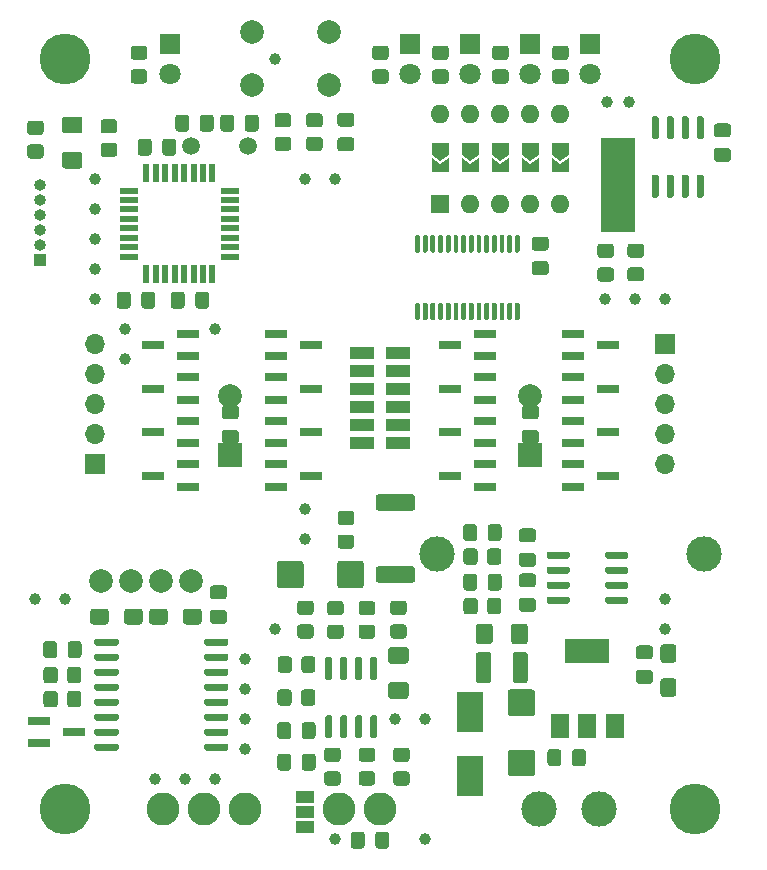
<source format=gbs>
G04 #@! TF.GenerationSoftware,KiCad,Pcbnew,5.1.12-84ad8e8a86~92~ubuntu16.04.1*
G04 #@! TF.CreationDate,2022-12-06T17:37:32+01:00*
G04 #@! TF.ProjectId,Mainboard,4d61696e-626f-4617-9264-2e6b69636164,rev?*
G04 #@! TF.SameCoordinates,Original*
G04 #@! TF.FileFunction,Soldermask,Bot*
G04 #@! TF.FilePolarity,Negative*
%FSLAX46Y46*%
G04 Gerber Fmt 4.6, Leading zero omitted, Abs format (unit mm)*
G04 Created by KiCad (PCBNEW 5.1.12-84ad8e8a86~92~ubuntu16.04.1) date 2022-12-06 17:37:32*
%MOMM*%
%LPD*%
G01*
G04 APERTURE LIST*
%ADD10C,1.000000*%
%ADD11R,1.000000X1.000000*%
%ADD12O,1.000000X1.000000*%
%ADD13R,2.032000X1.070000*%
%ADD14R,1.900000X0.800000*%
%ADD15C,0.100000*%
%ADD16C,3.000000*%
%ADD17C,4.300000*%
%ADD18C,2.800000*%
%ADD19C,2.000000*%
%ADD20R,1.800000X1.800000*%
%ADD21C,1.800000*%
%ADD22R,3.000000X8.000000*%
%ADD23R,0.550000X1.600000*%
%ADD24R,1.600000X0.550000*%
%ADD25R,2.000000X2.000000*%
%ADD26R,1.700000X1.700000*%
%ADD27O,1.700000X1.700000*%
%ADD28C,1.500000*%
%ADD29R,3.800000X2.000000*%
%ADD30R,1.500000X2.000000*%
%ADD31R,1.600000X1.600000*%
%ADD32O,1.600000X1.600000*%
%ADD33R,2.300000X3.500000*%
%ADD34R,1.500000X1.000000*%
G04 APERTURE END LIST*
G36*
G01*
X132026500Y-63332000D02*
X133276500Y-63332000D01*
G75*
G02*
X133526500Y-63582000I0J-250000D01*
G01*
X133526500Y-64507000D01*
G75*
G02*
X133276500Y-64757000I-250000J0D01*
G01*
X132026500Y-64757000D01*
G75*
G02*
X131776500Y-64507000I0J250000D01*
G01*
X131776500Y-63582000D01*
G75*
G02*
X132026500Y-63332000I250000J0D01*
G01*
G37*
G36*
G01*
X132026500Y-66307000D02*
X133276500Y-66307000D01*
G75*
G02*
X133526500Y-66557000I0J-250000D01*
G01*
X133526500Y-67482000D01*
G75*
G02*
X133276500Y-67732000I-250000J0D01*
G01*
X132026500Y-67732000D01*
G75*
G02*
X131776500Y-67482000I0J250000D01*
G01*
X131776500Y-66557000D01*
G75*
G02*
X132026500Y-66307000I250000J0D01*
G01*
G37*
D10*
X152400000Y-68580000D03*
X160020000Y-114300000D03*
D11*
X129921000Y-75501500D03*
D12*
X129921000Y-74231500D03*
X129921000Y-72961500D03*
X129921000Y-71691500D03*
X129921000Y-70421500D03*
X129921000Y-69151500D03*
D10*
X152400000Y-96520000D03*
X152400000Y-99060000D03*
X182880000Y-104140000D03*
G36*
G01*
X166837000Y-107749500D02*
X166837000Y-106499500D01*
G75*
G02*
X167087000Y-106249500I250000J0D01*
G01*
X168012000Y-106249500D01*
G75*
G02*
X168262000Y-106499500I0J-250000D01*
G01*
X168262000Y-107749500D01*
G75*
G02*
X168012000Y-107999500I-250000J0D01*
G01*
X167087000Y-107999500D01*
G75*
G02*
X166837000Y-107749500I0J250000D01*
G01*
G37*
G36*
G01*
X169812000Y-107749500D02*
X169812000Y-106499500D01*
G75*
G02*
X170062000Y-106249500I250000J0D01*
G01*
X170987000Y-106249500D01*
G75*
G02*
X171237000Y-106499500I0J-250000D01*
G01*
X171237000Y-107749500D01*
G75*
G02*
X170987000Y-107999500I-250000J0D01*
G01*
X170062000Y-107999500D01*
G75*
G02*
X169812000Y-107749500I0J250000D01*
G01*
G37*
X129540000Y-104140000D03*
X147320000Y-109220000D03*
X147320000Y-116840000D03*
X134620000Y-68580000D03*
D13*
X160274000Y-90932000D03*
X157226000Y-90932000D03*
X160274000Y-89408000D03*
X157226000Y-89408000D03*
X160274000Y-87884000D03*
X157226000Y-87884000D03*
X160274000Y-86360000D03*
X157226000Y-86360000D03*
X160274000Y-84836000D03*
X157226000Y-84836000D03*
X160274000Y-83312000D03*
X157226000Y-83312000D03*
D14*
X142470000Y-89093000D03*
X142470000Y-90993000D03*
X139470000Y-90043000D03*
X142470000Y-92776000D03*
X142470000Y-94676000D03*
X139470000Y-93726000D03*
D15*
G36*
X163080000Y-68027000D02*
G01*
X163080000Y-66877000D01*
X163830000Y-67377000D01*
X164580000Y-66877000D01*
X164580000Y-68027000D01*
X163080000Y-68027000D01*
G37*
G36*
X163830000Y-67077000D02*
G01*
X163080000Y-66577000D01*
X163080000Y-65577000D01*
X164580000Y-65577000D01*
X164580000Y-66577000D01*
X163830000Y-67077000D01*
G37*
G36*
X165620000Y-68027000D02*
G01*
X165620000Y-66877000D01*
X166370000Y-67377000D01*
X167120000Y-66877000D01*
X167120000Y-68027000D01*
X165620000Y-68027000D01*
G37*
G36*
X166370000Y-67077000D02*
G01*
X165620000Y-66577000D01*
X165620000Y-65577000D01*
X167120000Y-65577000D01*
X167120000Y-66577000D01*
X166370000Y-67077000D01*
G37*
G36*
X168160000Y-68027000D02*
G01*
X168160000Y-66877000D01*
X168910000Y-67377000D01*
X169660000Y-66877000D01*
X169660000Y-68027000D01*
X168160000Y-68027000D01*
G37*
G36*
X168910000Y-67077000D02*
G01*
X168160000Y-66577000D01*
X168160000Y-65577000D01*
X169660000Y-65577000D01*
X169660000Y-66577000D01*
X168910000Y-67077000D01*
G37*
G36*
X170700000Y-68027000D02*
G01*
X170700000Y-66877000D01*
X171450000Y-67377000D01*
X172200000Y-66877000D01*
X172200000Y-68027000D01*
X170700000Y-68027000D01*
G37*
G36*
X171450000Y-67077000D02*
G01*
X170700000Y-66577000D01*
X170700000Y-65577000D01*
X172200000Y-65577000D01*
X172200000Y-66577000D01*
X171450000Y-67077000D01*
G37*
G36*
X173240000Y-68027000D02*
G01*
X173240000Y-66877000D01*
X173990000Y-67377000D01*
X174740000Y-66877000D01*
X174740000Y-68027000D01*
X173240000Y-68027000D01*
G37*
G36*
X173990000Y-67077000D02*
G01*
X173240000Y-66577000D01*
X173240000Y-65577000D01*
X174740000Y-65577000D01*
X174740000Y-66577000D01*
X173990000Y-67077000D01*
G37*
G36*
G01*
X156236000Y-125062000D02*
X156236000Y-124112000D01*
G75*
G02*
X156486000Y-123862000I250000J0D01*
G01*
X157161000Y-123862000D01*
G75*
G02*
X157411000Y-124112000I0J-250000D01*
G01*
X157411000Y-125062000D01*
G75*
G02*
X157161000Y-125312000I-250000J0D01*
G01*
X156486000Y-125312000D01*
G75*
G02*
X156236000Y-125062000I0J250000D01*
G01*
G37*
G36*
G01*
X158311000Y-125062000D02*
X158311000Y-124112000D01*
G75*
G02*
X158561000Y-123862000I250000J0D01*
G01*
X159236000Y-123862000D01*
G75*
G02*
X159486000Y-124112000I0J-250000D01*
G01*
X159486000Y-125062000D01*
G75*
G02*
X159236000Y-125312000I-250000J0D01*
G01*
X158561000Y-125312000D01*
G75*
G02*
X158311000Y-125062000I0J250000D01*
G01*
G37*
G36*
G01*
X171925000Y-91033000D02*
X170975000Y-91033000D01*
G75*
G02*
X170725000Y-90783000I0J250000D01*
G01*
X170725000Y-90108000D01*
G75*
G02*
X170975000Y-89858000I250000J0D01*
G01*
X171925000Y-89858000D01*
G75*
G02*
X172175000Y-90108000I0J-250000D01*
G01*
X172175000Y-90783000D01*
G75*
G02*
X171925000Y-91033000I-250000J0D01*
G01*
G37*
G36*
G01*
X171925000Y-88958000D02*
X170975000Y-88958000D01*
G75*
G02*
X170725000Y-88708000I0J250000D01*
G01*
X170725000Y-88033000D01*
G75*
G02*
X170975000Y-87783000I250000J0D01*
G01*
X171925000Y-87783000D01*
G75*
G02*
X172175000Y-88033000I0J-250000D01*
G01*
X172175000Y-88708000D01*
G75*
G02*
X171925000Y-88958000I-250000J0D01*
G01*
G37*
G36*
G01*
X146525000Y-91033000D02*
X145575000Y-91033000D01*
G75*
G02*
X145325000Y-90783000I0J250000D01*
G01*
X145325000Y-90108000D01*
G75*
G02*
X145575000Y-89858000I250000J0D01*
G01*
X146525000Y-89858000D01*
G75*
G02*
X146775000Y-90108000I0J-250000D01*
G01*
X146775000Y-90783000D01*
G75*
G02*
X146525000Y-91033000I-250000J0D01*
G01*
G37*
G36*
G01*
X146525000Y-88958000D02*
X145575000Y-88958000D01*
G75*
G02*
X145325000Y-88708000I0J250000D01*
G01*
X145325000Y-88033000D01*
G75*
G02*
X145575000Y-87783000I250000J0D01*
G01*
X146525000Y-87783000D01*
G75*
G02*
X146775000Y-88033000I0J-250000D01*
G01*
X146775000Y-88708000D01*
G75*
G02*
X146525000Y-88958000I-250000J0D01*
G01*
G37*
G36*
G01*
X176144500Y-117127000D02*
X176144500Y-118077000D01*
G75*
G02*
X175894500Y-118327000I-250000J0D01*
G01*
X175219500Y-118327000D01*
G75*
G02*
X174969500Y-118077000I0J250000D01*
G01*
X174969500Y-117127000D01*
G75*
G02*
X175219500Y-116877000I250000J0D01*
G01*
X175894500Y-116877000D01*
G75*
G02*
X176144500Y-117127000I0J-250000D01*
G01*
G37*
G36*
G01*
X174069500Y-117127000D02*
X174069500Y-118077000D01*
G75*
G02*
X173819500Y-118327000I-250000J0D01*
G01*
X173144500Y-118327000D01*
G75*
G02*
X172894500Y-118077000I0J250000D01*
G01*
X172894500Y-117127000D01*
G75*
G02*
X173144500Y-116877000I250000J0D01*
G01*
X173819500Y-116877000D01*
G75*
G02*
X174069500Y-117127000I0J-250000D01*
G01*
G37*
G36*
G01*
X169762999Y-111831500D02*
X171613001Y-111831500D01*
G75*
G02*
X171863000Y-112081499I0J-249999D01*
G01*
X171863000Y-113831501D01*
G75*
G02*
X171613001Y-114081500I-249999J0D01*
G01*
X169762999Y-114081500D01*
G75*
G02*
X169513000Y-113831501I0J249999D01*
G01*
X169513000Y-112081499D01*
G75*
G02*
X169762999Y-111831500I249999J0D01*
G01*
G37*
G36*
G01*
X169762999Y-116931500D02*
X171613001Y-116931500D01*
G75*
G02*
X171863000Y-117181499I0J-249999D01*
G01*
X171863000Y-118931501D01*
G75*
G02*
X171613001Y-119181500I-249999J0D01*
G01*
X169762999Y-119181500D01*
G75*
G02*
X169513000Y-118931501I0J249999D01*
G01*
X169513000Y-117181499D01*
G75*
G02*
X169762999Y-116931500I249999J0D01*
G01*
G37*
G36*
G01*
X130226000Y-111067001D02*
X130226000Y-110166999D01*
G75*
G02*
X130475999Y-109917000I249999J0D01*
G01*
X131176001Y-109917000D01*
G75*
G02*
X131426000Y-110166999I0J-249999D01*
G01*
X131426000Y-111067001D01*
G75*
G02*
X131176001Y-111317000I-249999J0D01*
G01*
X130475999Y-111317000D01*
G75*
G02*
X130226000Y-111067001I0J249999D01*
G01*
G37*
G36*
G01*
X132226000Y-111067001D02*
X132226000Y-110166999D01*
G75*
G02*
X132475999Y-109917000I249999J0D01*
G01*
X133176001Y-109917000D01*
G75*
G02*
X133426000Y-110166999I0J-249999D01*
G01*
X133426000Y-111067001D01*
G75*
G02*
X133176001Y-111317000I-249999J0D01*
G01*
X132475999Y-111317000D01*
G75*
G02*
X132226000Y-111067001I0J249999D01*
G01*
G37*
G36*
G01*
X145509000Y-106273000D02*
X144559000Y-106273000D01*
G75*
G02*
X144309000Y-106023000I0J250000D01*
G01*
X144309000Y-105348000D01*
G75*
G02*
X144559000Y-105098000I250000J0D01*
G01*
X145509000Y-105098000D01*
G75*
G02*
X145759000Y-105348000I0J-250000D01*
G01*
X145759000Y-106023000D01*
G75*
G02*
X145509000Y-106273000I-250000J0D01*
G01*
G37*
G36*
G01*
X145509000Y-104198000D02*
X144559000Y-104198000D01*
G75*
G02*
X144309000Y-103948000I0J250000D01*
G01*
X144309000Y-103273000D01*
G75*
G02*
X144559000Y-103023000I250000J0D01*
G01*
X145509000Y-103023000D01*
G75*
G02*
X145759000Y-103273000I0J-250000D01*
G01*
X145759000Y-103948000D01*
G75*
G02*
X145509000Y-104198000I-250000J0D01*
G01*
G37*
G36*
G01*
X130201000Y-108933000D02*
X130201000Y-107983000D01*
G75*
G02*
X130451000Y-107733000I250000J0D01*
G01*
X131126000Y-107733000D01*
G75*
G02*
X131376000Y-107983000I0J-250000D01*
G01*
X131376000Y-108933000D01*
G75*
G02*
X131126000Y-109183000I-250000J0D01*
G01*
X130451000Y-109183000D01*
G75*
G02*
X130201000Y-108933000I0J250000D01*
G01*
G37*
G36*
G01*
X132276000Y-108933000D02*
X132276000Y-107983000D01*
G75*
G02*
X132526000Y-107733000I250000J0D01*
G01*
X133201000Y-107733000D01*
G75*
G02*
X133451000Y-107983000I0J-250000D01*
G01*
X133451000Y-108933000D01*
G75*
G02*
X133201000Y-109183000I-250000J0D01*
G01*
X132526000Y-109183000D01*
G75*
G02*
X132276000Y-108933000I0J250000D01*
G01*
G37*
D16*
X163576000Y-100330000D03*
X186176000Y-100330000D03*
D17*
X185420000Y-58420000D03*
D18*
X140320000Y-121920000D03*
X143820000Y-121920000D03*
X147320000Y-121920000D03*
G36*
G01*
X171237000Y-108906999D02*
X171237000Y-111057001D01*
G75*
G02*
X170987001Y-111307000I-249999J0D01*
G01*
X170186999Y-111307000D01*
G75*
G02*
X169937000Y-111057001I0J249999D01*
G01*
X169937000Y-108906999D01*
G75*
G02*
X170186999Y-108657000I249999J0D01*
G01*
X170987001Y-108657000D01*
G75*
G02*
X171237000Y-108906999I0J-249999D01*
G01*
G37*
G36*
G01*
X168137000Y-108906999D02*
X168137000Y-111057001D01*
G75*
G02*
X167887001Y-111307000I-249999J0D01*
G01*
X167086999Y-111307000D01*
G75*
G02*
X166837000Y-111057001I0J249999D01*
G01*
X166837000Y-108906999D01*
G75*
G02*
X167086999Y-108657000I249999J0D01*
G01*
X167887001Y-108657000D01*
G75*
G02*
X168137000Y-108906999I0J-249999D01*
G01*
G37*
D19*
X135128000Y-102616000D03*
X137668000Y-102616000D03*
X140208000Y-102616000D03*
X142748000Y-102616000D03*
D18*
X155250000Y-121920000D03*
X158750000Y-121920000D03*
D10*
X162560000Y-114300000D03*
X147320000Y-111760000D03*
X147320000Y-114300000D03*
X134620000Y-76200000D03*
X149860000Y-58420000D03*
X182880000Y-78740000D03*
X180340000Y-78740000D03*
D16*
X172212000Y-121920000D03*
X177292000Y-121920000D03*
D20*
X140970000Y-57150000D03*
D21*
X140970000Y-59690000D03*
D14*
X149884000Y-94676000D03*
X149884000Y-92776000D03*
X152884000Y-93726000D03*
G36*
G01*
X179726000Y-100307000D02*
X179726000Y-100607000D01*
G75*
G02*
X179576000Y-100757000I-150000J0D01*
G01*
X177926000Y-100757000D01*
G75*
G02*
X177776000Y-100607000I0J150000D01*
G01*
X177776000Y-100307000D01*
G75*
G02*
X177926000Y-100157000I150000J0D01*
G01*
X179576000Y-100157000D01*
G75*
G02*
X179726000Y-100307000I0J-150000D01*
G01*
G37*
G36*
G01*
X179726000Y-101577000D02*
X179726000Y-101877000D01*
G75*
G02*
X179576000Y-102027000I-150000J0D01*
G01*
X177926000Y-102027000D01*
G75*
G02*
X177776000Y-101877000I0J150000D01*
G01*
X177776000Y-101577000D01*
G75*
G02*
X177926000Y-101427000I150000J0D01*
G01*
X179576000Y-101427000D01*
G75*
G02*
X179726000Y-101577000I0J-150000D01*
G01*
G37*
G36*
G01*
X179726000Y-102847000D02*
X179726000Y-103147000D01*
G75*
G02*
X179576000Y-103297000I-150000J0D01*
G01*
X177926000Y-103297000D01*
G75*
G02*
X177776000Y-103147000I0J150000D01*
G01*
X177776000Y-102847000D01*
G75*
G02*
X177926000Y-102697000I150000J0D01*
G01*
X179576000Y-102697000D01*
G75*
G02*
X179726000Y-102847000I0J-150000D01*
G01*
G37*
G36*
G01*
X179726000Y-104117000D02*
X179726000Y-104417000D01*
G75*
G02*
X179576000Y-104567000I-150000J0D01*
G01*
X177926000Y-104567000D01*
G75*
G02*
X177776000Y-104417000I0J150000D01*
G01*
X177776000Y-104117000D01*
G75*
G02*
X177926000Y-103967000I150000J0D01*
G01*
X179576000Y-103967000D01*
G75*
G02*
X179726000Y-104117000I0J-150000D01*
G01*
G37*
G36*
G01*
X174776000Y-104117000D02*
X174776000Y-104417000D01*
G75*
G02*
X174626000Y-104567000I-150000J0D01*
G01*
X172976000Y-104567000D01*
G75*
G02*
X172826000Y-104417000I0J150000D01*
G01*
X172826000Y-104117000D01*
G75*
G02*
X172976000Y-103967000I150000J0D01*
G01*
X174626000Y-103967000D01*
G75*
G02*
X174776000Y-104117000I0J-150000D01*
G01*
G37*
G36*
G01*
X174776000Y-102847000D02*
X174776000Y-103147000D01*
G75*
G02*
X174626000Y-103297000I-150000J0D01*
G01*
X172976000Y-103297000D01*
G75*
G02*
X172826000Y-103147000I0J150000D01*
G01*
X172826000Y-102847000D01*
G75*
G02*
X172976000Y-102697000I150000J0D01*
G01*
X174626000Y-102697000D01*
G75*
G02*
X174776000Y-102847000I0J-150000D01*
G01*
G37*
G36*
G01*
X174776000Y-101577000D02*
X174776000Y-101877000D01*
G75*
G02*
X174626000Y-102027000I-150000J0D01*
G01*
X172976000Y-102027000D01*
G75*
G02*
X172826000Y-101877000I0J150000D01*
G01*
X172826000Y-101577000D01*
G75*
G02*
X172976000Y-101427000I150000J0D01*
G01*
X174626000Y-101427000D01*
G75*
G02*
X174776000Y-101577000I0J-150000D01*
G01*
G37*
G36*
G01*
X174776000Y-100307000D02*
X174776000Y-100607000D01*
G75*
G02*
X174626000Y-100757000I-150000J0D01*
G01*
X172976000Y-100757000D01*
G75*
G02*
X172826000Y-100607000I0J150000D01*
G01*
X172826000Y-100307000D01*
G75*
G02*
X172976000Y-100157000I150000J0D01*
G01*
X174626000Y-100157000D01*
G75*
G02*
X174776000Y-100307000I0J-150000D01*
G01*
G37*
D10*
X179832000Y-62103000D03*
X177932000Y-62103000D03*
D22*
X178882000Y-69103000D03*
G36*
G01*
X188181000Y-67157000D02*
X187231000Y-67157000D01*
G75*
G02*
X186981000Y-66907000I0J250000D01*
G01*
X186981000Y-66232000D01*
G75*
G02*
X187231000Y-65982000I250000J0D01*
G01*
X188181000Y-65982000D01*
G75*
G02*
X188431000Y-66232000I0J-250000D01*
G01*
X188431000Y-66907000D01*
G75*
G02*
X188181000Y-67157000I-250000J0D01*
G01*
G37*
G36*
G01*
X188181000Y-65082000D02*
X187231000Y-65082000D01*
G75*
G02*
X186981000Y-64832000I0J250000D01*
G01*
X186981000Y-64157000D01*
G75*
G02*
X187231000Y-63907000I250000J0D01*
G01*
X188181000Y-63907000D01*
G75*
G02*
X188431000Y-64157000I0J-250000D01*
G01*
X188431000Y-64832000D01*
G75*
G02*
X188181000Y-65082000I-250000J0D01*
G01*
G37*
G36*
G01*
X179919999Y-74090000D02*
X180820001Y-74090000D01*
G75*
G02*
X181070000Y-74339999I0J-249999D01*
G01*
X181070000Y-75040001D01*
G75*
G02*
X180820001Y-75290000I-249999J0D01*
G01*
X179919999Y-75290000D01*
G75*
G02*
X179670000Y-75040001I0J249999D01*
G01*
X179670000Y-74339999D01*
G75*
G02*
X179919999Y-74090000I249999J0D01*
G01*
G37*
G36*
G01*
X179919999Y-76090000D02*
X180820001Y-76090000D01*
G75*
G02*
X181070000Y-76339999I0J-249999D01*
G01*
X181070000Y-77040001D01*
G75*
G02*
X180820001Y-77290000I-249999J0D01*
G01*
X179919999Y-77290000D01*
G75*
G02*
X179670000Y-77040001I0J249999D01*
G01*
X179670000Y-76339999D01*
G75*
G02*
X179919999Y-76090000I249999J0D01*
G01*
G37*
G36*
G01*
X181861000Y-63290000D02*
X182161000Y-63290000D01*
G75*
G02*
X182311000Y-63440000I0J-150000D01*
G01*
X182311000Y-65090000D01*
G75*
G02*
X182161000Y-65240000I-150000J0D01*
G01*
X181861000Y-65240000D01*
G75*
G02*
X181711000Y-65090000I0J150000D01*
G01*
X181711000Y-63440000D01*
G75*
G02*
X181861000Y-63290000I150000J0D01*
G01*
G37*
G36*
G01*
X183131000Y-63290000D02*
X183431000Y-63290000D01*
G75*
G02*
X183581000Y-63440000I0J-150000D01*
G01*
X183581000Y-65090000D01*
G75*
G02*
X183431000Y-65240000I-150000J0D01*
G01*
X183131000Y-65240000D01*
G75*
G02*
X182981000Y-65090000I0J150000D01*
G01*
X182981000Y-63440000D01*
G75*
G02*
X183131000Y-63290000I150000J0D01*
G01*
G37*
G36*
G01*
X184401000Y-63290000D02*
X184701000Y-63290000D01*
G75*
G02*
X184851000Y-63440000I0J-150000D01*
G01*
X184851000Y-65090000D01*
G75*
G02*
X184701000Y-65240000I-150000J0D01*
G01*
X184401000Y-65240000D01*
G75*
G02*
X184251000Y-65090000I0J150000D01*
G01*
X184251000Y-63440000D01*
G75*
G02*
X184401000Y-63290000I150000J0D01*
G01*
G37*
G36*
G01*
X185671000Y-63290000D02*
X185971000Y-63290000D01*
G75*
G02*
X186121000Y-63440000I0J-150000D01*
G01*
X186121000Y-65090000D01*
G75*
G02*
X185971000Y-65240000I-150000J0D01*
G01*
X185671000Y-65240000D01*
G75*
G02*
X185521000Y-65090000I0J150000D01*
G01*
X185521000Y-63440000D01*
G75*
G02*
X185671000Y-63290000I150000J0D01*
G01*
G37*
G36*
G01*
X185671000Y-68240000D02*
X185971000Y-68240000D01*
G75*
G02*
X186121000Y-68390000I0J-150000D01*
G01*
X186121000Y-70040000D01*
G75*
G02*
X185971000Y-70190000I-150000J0D01*
G01*
X185671000Y-70190000D01*
G75*
G02*
X185521000Y-70040000I0J150000D01*
G01*
X185521000Y-68390000D01*
G75*
G02*
X185671000Y-68240000I150000J0D01*
G01*
G37*
G36*
G01*
X184401000Y-68240000D02*
X184701000Y-68240000D01*
G75*
G02*
X184851000Y-68390000I0J-150000D01*
G01*
X184851000Y-70040000D01*
G75*
G02*
X184701000Y-70190000I-150000J0D01*
G01*
X184401000Y-70190000D01*
G75*
G02*
X184251000Y-70040000I0J150000D01*
G01*
X184251000Y-68390000D01*
G75*
G02*
X184401000Y-68240000I150000J0D01*
G01*
G37*
G36*
G01*
X183131000Y-68240000D02*
X183431000Y-68240000D01*
G75*
G02*
X183581000Y-68390000I0J-150000D01*
G01*
X183581000Y-70040000D01*
G75*
G02*
X183431000Y-70190000I-150000J0D01*
G01*
X183131000Y-70190000D01*
G75*
G02*
X182981000Y-70040000I0J150000D01*
G01*
X182981000Y-68390000D01*
G75*
G02*
X183131000Y-68240000I150000J0D01*
G01*
G37*
G36*
G01*
X181861000Y-68240000D02*
X182161000Y-68240000D01*
G75*
G02*
X182311000Y-68390000I0J-150000D01*
G01*
X182311000Y-70040000D01*
G75*
G02*
X182161000Y-70190000I-150000J0D01*
G01*
X181861000Y-70190000D01*
G75*
G02*
X181711000Y-70040000I0J150000D01*
G01*
X181711000Y-68390000D01*
G75*
G02*
X181861000Y-68240000I150000J0D01*
G01*
G37*
G36*
G01*
X138623000Y-105238999D02*
X138623000Y-106089001D01*
G75*
G02*
X138373001Y-106339000I-249999J0D01*
G01*
X137297999Y-106339000D01*
G75*
G02*
X137048000Y-106089001I0J249999D01*
G01*
X137048000Y-105238999D01*
G75*
G02*
X137297999Y-104989000I249999J0D01*
G01*
X138373001Y-104989000D01*
G75*
G02*
X138623000Y-105238999I0J-249999D01*
G01*
G37*
G36*
G01*
X135748000Y-105238999D02*
X135748000Y-106089001D01*
G75*
G02*
X135498001Y-106339000I-249999J0D01*
G01*
X134422999Y-106339000D01*
G75*
G02*
X134173000Y-106089001I0J249999D01*
G01*
X134173000Y-105238999D01*
G75*
G02*
X134422999Y-104989000I249999J0D01*
G01*
X135498001Y-104989000D01*
G75*
G02*
X135748000Y-105238999I0J-249999D01*
G01*
G37*
G36*
G01*
X139166500Y-106089001D02*
X139166500Y-105238999D01*
G75*
G02*
X139416499Y-104989000I249999J0D01*
G01*
X140491501Y-104989000D01*
G75*
G02*
X140741500Y-105238999I0J-249999D01*
G01*
X140741500Y-106089001D01*
G75*
G02*
X140491501Y-106339000I-249999J0D01*
G01*
X139416499Y-106339000D01*
G75*
G02*
X139166500Y-106089001I0J249999D01*
G01*
G37*
G36*
G01*
X142041500Y-106089001D02*
X142041500Y-105238999D01*
G75*
G02*
X142291499Y-104989000I249999J0D01*
G01*
X143366501Y-104989000D01*
G75*
G02*
X143616500Y-105238999I0J-249999D01*
G01*
X143616500Y-106089001D01*
G75*
G02*
X143366501Y-106339000I-249999J0D01*
G01*
X142291499Y-106339000D01*
G75*
G02*
X142041500Y-106089001I0J249999D01*
G01*
G37*
G36*
G01*
X141452000Y-65438000D02*
X141452000Y-66388000D01*
G75*
G02*
X141202000Y-66638000I-250000J0D01*
G01*
X140527000Y-66638000D01*
G75*
G02*
X140277000Y-66388000I0J250000D01*
G01*
X140277000Y-65438000D01*
G75*
G02*
X140527000Y-65188000I250000J0D01*
G01*
X141202000Y-65188000D01*
G75*
G02*
X141452000Y-65438000I0J-250000D01*
G01*
G37*
G36*
G01*
X139377000Y-65438000D02*
X139377000Y-66388000D01*
G75*
G02*
X139127000Y-66638000I-250000J0D01*
G01*
X138452000Y-66638000D01*
G75*
G02*
X138202000Y-66388000I0J250000D01*
G01*
X138202000Y-65438000D01*
G75*
G02*
X138452000Y-65188000I250000J0D01*
G01*
X139127000Y-65188000D01*
G75*
G02*
X139377000Y-65438000I0J-250000D01*
G01*
G37*
G36*
G01*
X140996000Y-79342000D02*
X140996000Y-78392000D01*
G75*
G02*
X141246000Y-78142000I250000J0D01*
G01*
X141921000Y-78142000D01*
G75*
G02*
X142171000Y-78392000I0J-250000D01*
G01*
X142171000Y-79342000D01*
G75*
G02*
X141921000Y-79592000I-250000J0D01*
G01*
X141246000Y-79592000D01*
G75*
G02*
X140996000Y-79342000I0J250000D01*
G01*
G37*
G36*
G01*
X143071000Y-79342000D02*
X143071000Y-78392000D01*
G75*
G02*
X143321000Y-78142000I250000J0D01*
G01*
X143996000Y-78142000D01*
G75*
G02*
X144246000Y-78392000I0J-250000D01*
G01*
X144246000Y-79342000D01*
G75*
G02*
X143996000Y-79592000I-250000J0D01*
G01*
X143321000Y-79592000D01*
G75*
G02*
X143071000Y-79342000I0J250000D01*
G01*
G37*
G36*
G01*
X157345000Y-101182999D02*
X157345000Y-103033001D01*
G75*
G02*
X157095001Y-103283000I-249999J0D01*
G01*
X155344999Y-103283000D01*
G75*
G02*
X155095000Y-103033001I0J249999D01*
G01*
X155095000Y-101182999D01*
G75*
G02*
X155344999Y-100933000I249999J0D01*
G01*
X157095001Y-100933000D01*
G75*
G02*
X157345000Y-101182999I0J-249999D01*
G01*
G37*
G36*
G01*
X152245000Y-101182999D02*
X152245000Y-103033001D01*
G75*
G02*
X151995001Y-103283000I-249999J0D01*
G01*
X150244999Y-103283000D01*
G75*
G02*
X149995000Y-103033001I0J249999D01*
G01*
X149995000Y-101182999D01*
G75*
G02*
X150244999Y-100933000I249999J0D01*
G01*
X151995001Y-100933000D01*
G75*
G02*
X152245000Y-101182999I0J-249999D01*
G01*
G37*
D14*
X129818000Y-116393000D03*
X129818000Y-114493000D03*
X132818000Y-115443000D03*
D20*
X176530000Y-57150000D03*
D21*
X176530000Y-59690000D03*
G36*
G01*
X159649000Y-108226500D02*
X160899000Y-108226500D01*
G75*
G02*
X161149000Y-108476500I0J-250000D01*
G01*
X161149000Y-109401500D01*
G75*
G02*
X160899000Y-109651500I-250000J0D01*
G01*
X159649000Y-109651500D01*
G75*
G02*
X159399000Y-109401500I0J250000D01*
G01*
X159399000Y-108476500D01*
G75*
G02*
X159649000Y-108226500I250000J0D01*
G01*
G37*
G36*
G01*
X159649000Y-111201500D02*
X160899000Y-111201500D01*
G75*
G02*
X161149000Y-111451500I0J-250000D01*
G01*
X161149000Y-112376500D01*
G75*
G02*
X160899000Y-112626500I-250000J0D01*
G01*
X159649000Y-112626500D01*
G75*
G02*
X159399000Y-112376500I0J250000D01*
G01*
X159399000Y-111451500D01*
G75*
G02*
X159649000Y-111201500I250000J0D01*
G01*
G37*
G36*
G01*
X130226000Y-113099001D02*
X130226000Y-112198999D01*
G75*
G02*
X130475999Y-111949000I249999J0D01*
G01*
X131176001Y-111949000D01*
G75*
G02*
X131426000Y-112198999I0J-249999D01*
G01*
X131426000Y-113099001D01*
G75*
G02*
X131176001Y-113349000I-249999J0D01*
G01*
X130475999Y-113349000D01*
G75*
G02*
X130226000Y-113099001I0J249999D01*
G01*
G37*
G36*
G01*
X132226000Y-113099001D02*
X132226000Y-112198999D01*
G75*
G02*
X132475999Y-111949000I249999J0D01*
G01*
X133176001Y-111949000D01*
G75*
G02*
X133426000Y-112198999I0J-249999D01*
G01*
X133426000Y-113099001D01*
G75*
G02*
X133176001Y-113349000I-249999J0D01*
G01*
X132475999Y-113349000D01*
G75*
G02*
X132226000Y-113099001I0J249999D01*
G01*
G37*
G36*
G01*
X145883000Y-107673000D02*
X145883000Y-107973000D01*
G75*
G02*
X145733000Y-108123000I-150000J0D01*
G01*
X143983000Y-108123000D01*
G75*
G02*
X143833000Y-107973000I0J150000D01*
G01*
X143833000Y-107673000D01*
G75*
G02*
X143983000Y-107523000I150000J0D01*
G01*
X145733000Y-107523000D01*
G75*
G02*
X145883000Y-107673000I0J-150000D01*
G01*
G37*
G36*
G01*
X145883000Y-108943000D02*
X145883000Y-109243000D01*
G75*
G02*
X145733000Y-109393000I-150000J0D01*
G01*
X143983000Y-109393000D01*
G75*
G02*
X143833000Y-109243000I0J150000D01*
G01*
X143833000Y-108943000D01*
G75*
G02*
X143983000Y-108793000I150000J0D01*
G01*
X145733000Y-108793000D01*
G75*
G02*
X145883000Y-108943000I0J-150000D01*
G01*
G37*
G36*
G01*
X145883000Y-110213000D02*
X145883000Y-110513000D01*
G75*
G02*
X145733000Y-110663000I-150000J0D01*
G01*
X143983000Y-110663000D01*
G75*
G02*
X143833000Y-110513000I0J150000D01*
G01*
X143833000Y-110213000D01*
G75*
G02*
X143983000Y-110063000I150000J0D01*
G01*
X145733000Y-110063000D01*
G75*
G02*
X145883000Y-110213000I0J-150000D01*
G01*
G37*
G36*
G01*
X145883000Y-111483000D02*
X145883000Y-111783000D01*
G75*
G02*
X145733000Y-111933000I-150000J0D01*
G01*
X143983000Y-111933000D01*
G75*
G02*
X143833000Y-111783000I0J150000D01*
G01*
X143833000Y-111483000D01*
G75*
G02*
X143983000Y-111333000I150000J0D01*
G01*
X145733000Y-111333000D01*
G75*
G02*
X145883000Y-111483000I0J-150000D01*
G01*
G37*
G36*
G01*
X145883000Y-112753000D02*
X145883000Y-113053000D01*
G75*
G02*
X145733000Y-113203000I-150000J0D01*
G01*
X143983000Y-113203000D01*
G75*
G02*
X143833000Y-113053000I0J150000D01*
G01*
X143833000Y-112753000D01*
G75*
G02*
X143983000Y-112603000I150000J0D01*
G01*
X145733000Y-112603000D01*
G75*
G02*
X145883000Y-112753000I0J-150000D01*
G01*
G37*
G36*
G01*
X145883000Y-114023000D02*
X145883000Y-114323000D01*
G75*
G02*
X145733000Y-114473000I-150000J0D01*
G01*
X143983000Y-114473000D01*
G75*
G02*
X143833000Y-114323000I0J150000D01*
G01*
X143833000Y-114023000D01*
G75*
G02*
X143983000Y-113873000I150000J0D01*
G01*
X145733000Y-113873000D01*
G75*
G02*
X145883000Y-114023000I0J-150000D01*
G01*
G37*
G36*
G01*
X145883000Y-115293000D02*
X145883000Y-115593000D01*
G75*
G02*
X145733000Y-115743000I-150000J0D01*
G01*
X143983000Y-115743000D01*
G75*
G02*
X143833000Y-115593000I0J150000D01*
G01*
X143833000Y-115293000D01*
G75*
G02*
X143983000Y-115143000I150000J0D01*
G01*
X145733000Y-115143000D01*
G75*
G02*
X145883000Y-115293000I0J-150000D01*
G01*
G37*
G36*
G01*
X145883000Y-116563000D02*
X145883000Y-116863000D01*
G75*
G02*
X145733000Y-117013000I-150000J0D01*
G01*
X143983000Y-117013000D01*
G75*
G02*
X143833000Y-116863000I0J150000D01*
G01*
X143833000Y-116563000D01*
G75*
G02*
X143983000Y-116413000I150000J0D01*
G01*
X145733000Y-116413000D01*
G75*
G02*
X145883000Y-116563000I0J-150000D01*
G01*
G37*
G36*
G01*
X136583000Y-116563000D02*
X136583000Y-116863000D01*
G75*
G02*
X136433000Y-117013000I-150000J0D01*
G01*
X134683000Y-117013000D01*
G75*
G02*
X134533000Y-116863000I0J150000D01*
G01*
X134533000Y-116563000D01*
G75*
G02*
X134683000Y-116413000I150000J0D01*
G01*
X136433000Y-116413000D01*
G75*
G02*
X136583000Y-116563000I0J-150000D01*
G01*
G37*
G36*
G01*
X136583000Y-115293000D02*
X136583000Y-115593000D01*
G75*
G02*
X136433000Y-115743000I-150000J0D01*
G01*
X134683000Y-115743000D01*
G75*
G02*
X134533000Y-115593000I0J150000D01*
G01*
X134533000Y-115293000D01*
G75*
G02*
X134683000Y-115143000I150000J0D01*
G01*
X136433000Y-115143000D01*
G75*
G02*
X136583000Y-115293000I0J-150000D01*
G01*
G37*
G36*
G01*
X136583000Y-114023000D02*
X136583000Y-114323000D01*
G75*
G02*
X136433000Y-114473000I-150000J0D01*
G01*
X134683000Y-114473000D01*
G75*
G02*
X134533000Y-114323000I0J150000D01*
G01*
X134533000Y-114023000D01*
G75*
G02*
X134683000Y-113873000I150000J0D01*
G01*
X136433000Y-113873000D01*
G75*
G02*
X136583000Y-114023000I0J-150000D01*
G01*
G37*
G36*
G01*
X136583000Y-112753000D02*
X136583000Y-113053000D01*
G75*
G02*
X136433000Y-113203000I-150000J0D01*
G01*
X134683000Y-113203000D01*
G75*
G02*
X134533000Y-113053000I0J150000D01*
G01*
X134533000Y-112753000D01*
G75*
G02*
X134683000Y-112603000I150000J0D01*
G01*
X136433000Y-112603000D01*
G75*
G02*
X136583000Y-112753000I0J-150000D01*
G01*
G37*
G36*
G01*
X136583000Y-111483000D02*
X136583000Y-111783000D01*
G75*
G02*
X136433000Y-111933000I-150000J0D01*
G01*
X134683000Y-111933000D01*
G75*
G02*
X134533000Y-111783000I0J150000D01*
G01*
X134533000Y-111483000D01*
G75*
G02*
X134683000Y-111333000I150000J0D01*
G01*
X136433000Y-111333000D01*
G75*
G02*
X136583000Y-111483000I0J-150000D01*
G01*
G37*
G36*
G01*
X136583000Y-110213000D02*
X136583000Y-110513000D01*
G75*
G02*
X136433000Y-110663000I-150000J0D01*
G01*
X134683000Y-110663000D01*
G75*
G02*
X134533000Y-110513000I0J150000D01*
G01*
X134533000Y-110213000D01*
G75*
G02*
X134683000Y-110063000I150000J0D01*
G01*
X136433000Y-110063000D01*
G75*
G02*
X136583000Y-110213000I0J-150000D01*
G01*
G37*
G36*
G01*
X136583000Y-108943000D02*
X136583000Y-109243000D01*
G75*
G02*
X136433000Y-109393000I-150000J0D01*
G01*
X134683000Y-109393000D01*
G75*
G02*
X134533000Y-109243000I0J150000D01*
G01*
X134533000Y-108943000D01*
G75*
G02*
X134683000Y-108793000I150000J0D01*
G01*
X136433000Y-108793000D01*
G75*
G02*
X136583000Y-108943000I0J-150000D01*
G01*
G37*
G36*
G01*
X136583000Y-107673000D02*
X136583000Y-107973000D01*
G75*
G02*
X136433000Y-108123000I-150000J0D01*
G01*
X134683000Y-108123000D01*
G75*
G02*
X134533000Y-107973000I0J150000D01*
G01*
X134533000Y-107673000D01*
G75*
G02*
X134683000Y-107523000I150000J0D01*
G01*
X136433000Y-107523000D01*
G75*
G02*
X136583000Y-107673000I0J-150000D01*
G01*
G37*
D23*
X138932000Y-68140000D03*
X139732000Y-68140000D03*
X140532000Y-68140000D03*
X141332000Y-68140000D03*
X142132000Y-68140000D03*
X142932000Y-68140000D03*
X143732000Y-68140000D03*
X144532000Y-68140000D03*
D24*
X145982000Y-69590000D03*
X145982000Y-70390000D03*
X145982000Y-71190000D03*
X145982000Y-71990000D03*
X145982000Y-72790000D03*
X145982000Y-73590000D03*
X145982000Y-74390000D03*
X145982000Y-75190000D03*
D23*
X144532000Y-76640000D03*
X143732000Y-76640000D03*
X142932000Y-76640000D03*
X142132000Y-76640000D03*
X141332000Y-76640000D03*
X140532000Y-76640000D03*
X139732000Y-76640000D03*
X138932000Y-76640000D03*
D24*
X137482000Y-75190000D03*
X137482000Y-74390000D03*
X137482000Y-73590000D03*
X137482000Y-72790000D03*
X137482000Y-71990000D03*
X137482000Y-71190000D03*
X137482000Y-70390000D03*
X137482000Y-69590000D03*
D25*
X146050000Y-91948000D03*
D19*
X146050000Y-86948000D03*
D25*
X171450000Y-91948000D03*
D19*
X171450000Y-86948000D03*
D17*
X132080000Y-58420000D03*
D26*
X182880000Y-82550000D03*
D27*
X182880000Y-85090000D03*
X182880000Y-87630000D03*
X182880000Y-90170000D03*
X182880000Y-92710000D03*
D26*
X134620000Y-92710000D03*
D27*
X134620000Y-90170000D03*
X134620000Y-87630000D03*
X134620000Y-85090000D03*
X134620000Y-82550000D03*
D28*
X147574000Y-65786000D03*
X142694000Y-65786000D03*
G36*
G01*
X158594999Y-95310000D02*
X161445001Y-95310000D01*
G75*
G02*
X161695000Y-95559999I0J-249999D01*
G01*
X161695000Y-96460001D01*
G75*
G02*
X161445001Y-96710000I-249999J0D01*
G01*
X158594999Y-96710000D01*
G75*
G02*
X158345000Y-96460001I0J249999D01*
G01*
X158345000Y-95559999D01*
G75*
G02*
X158594999Y-95310000I249999J0D01*
G01*
G37*
G36*
G01*
X158594999Y-101410000D02*
X161445001Y-101410000D01*
G75*
G02*
X161695000Y-101659999I0J-249999D01*
G01*
X161695000Y-102560001D01*
G75*
G02*
X161445001Y-102810000I-249999J0D01*
G01*
X158594999Y-102810000D01*
G75*
G02*
X158345000Y-102560001I0J249999D01*
G01*
X158345000Y-101659999D01*
G75*
G02*
X158594999Y-101410000I249999J0D01*
G01*
G37*
G36*
G01*
X145187000Y-64356000D02*
X145187000Y-63406000D01*
G75*
G02*
X145437000Y-63156000I250000J0D01*
G01*
X146112000Y-63156000D01*
G75*
G02*
X146362000Y-63406000I0J-250000D01*
G01*
X146362000Y-64356000D01*
G75*
G02*
X146112000Y-64606000I-250000J0D01*
G01*
X145437000Y-64606000D01*
G75*
G02*
X145187000Y-64356000I0J250000D01*
G01*
G37*
G36*
G01*
X147262000Y-64356000D02*
X147262000Y-63406000D01*
G75*
G02*
X147512000Y-63156000I250000J0D01*
G01*
X148187000Y-63156000D01*
G75*
G02*
X148437000Y-63406000I0J-250000D01*
G01*
X148437000Y-64356000D01*
G75*
G02*
X148187000Y-64606000I-250000J0D01*
G01*
X147512000Y-64606000D01*
G75*
G02*
X147262000Y-64356000I0J250000D01*
G01*
G37*
G36*
G01*
X144627000Y-63406000D02*
X144627000Y-64356000D01*
G75*
G02*
X144377000Y-64606000I-250000J0D01*
G01*
X143702000Y-64606000D01*
G75*
G02*
X143452000Y-64356000I0J250000D01*
G01*
X143452000Y-63406000D01*
G75*
G02*
X143702000Y-63156000I250000J0D01*
G01*
X144377000Y-63156000D01*
G75*
G02*
X144627000Y-63406000I0J-250000D01*
G01*
G37*
G36*
G01*
X142552000Y-63406000D02*
X142552000Y-64356000D01*
G75*
G02*
X142302000Y-64606000I-250000J0D01*
G01*
X141627000Y-64606000D01*
G75*
G02*
X141377000Y-64356000I0J250000D01*
G01*
X141377000Y-63406000D01*
G75*
G02*
X141627000Y-63156000I250000J0D01*
G01*
X142302000Y-63156000D01*
G75*
G02*
X142552000Y-63406000I0J-250000D01*
G01*
G37*
D14*
X167616000Y-92776000D03*
X167616000Y-94676000D03*
X164616000Y-93726000D03*
G36*
G01*
X177369999Y-74092000D02*
X178270001Y-74092000D01*
G75*
G02*
X178520000Y-74341999I0J-249999D01*
G01*
X178520000Y-75042001D01*
G75*
G02*
X178270001Y-75292000I-249999J0D01*
G01*
X177369999Y-75292000D01*
G75*
G02*
X177120000Y-75042001I0J249999D01*
G01*
X177120000Y-74341999D01*
G75*
G02*
X177369999Y-74092000I249999J0D01*
G01*
G37*
G36*
G01*
X177369999Y-76092000D02*
X178270001Y-76092000D01*
G75*
G02*
X178520000Y-76341999I0J-249999D01*
G01*
X178520000Y-77042001D01*
G75*
G02*
X178270001Y-77292000I-249999J0D01*
G01*
X177369999Y-77292000D01*
G75*
G02*
X177120000Y-77042001I0J249999D01*
G01*
X177120000Y-76341999D01*
G75*
G02*
X177369999Y-76092000I249999J0D01*
G01*
G37*
G36*
G01*
X150044999Y-63043000D02*
X150945001Y-63043000D01*
G75*
G02*
X151195000Y-63292999I0J-249999D01*
G01*
X151195000Y-63993001D01*
G75*
G02*
X150945001Y-64243000I-249999J0D01*
G01*
X150044999Y-64243000D01*
G75*
G02*
X149795000Y-63993001I0J249999D01*
G01*
X149795000Y-63292999D01*
G75*
G02*
X150044999Y-63043000I249999J0D01*
G01*
G37*
G36*
G01*
X150044999Y-65043000D02*
X150945001Y-65043000D01*
G75*
G02*
X151195000Y-65292999I0J-249999D01*
G01*
X151195000Y-65993001D01*
G75*
G02*
X150945001Y-66243000I-249999J0D01*
G01*
X150044999Y-66243000D01*
G75*
G02*
X149795000Y-65993001I0J249999D01*
G01*
X149795000Y-65292999D01*
G75*
G02*
X150044999Y-65043000I249999J0D01*
G01*
G37*
G36*
G01*
X136424000Y-79342000D02*
X136424000Y-78392000D01*
G75*
G02*
X136674000Y-78142000I250000J0D01*
G01*
X137349000Y-78142000D01*
G75*
G02*
X137599000Y-78392000I0J-250000D01*
G01*
X137599000Y-79342000D01*
G75*
G02*
X137349000Y-79592000I-250000J0D01*
G01*
X136674000Y-79592000D01*
G75*
G02*
X136424000Y-79342000I0J250000D01*
G01*
G37*
G36*
G01*
X138499000Y-79342000D02*
X138499000Y-78392000D01*
G75*
G02*
X138749000Y-78142000I250000J0D01*
G01*
X139424000Y-78142000D01*
G75*
G02*
X139674000Y-78392000I0J-250000D01*
G01*
X139674000Y-79342000D01*
G75*
G02*
X139424000Y-79592000I-250000J0D01*
G01*
X138749000Y-79592000D01*
G75*
G02*
X138499000Y-79342000I0J250000D01*
G01*
G37*
D29*
X176276000Y-108610000D03*
D30*
X176276000Y-114910000D03*
X173976000Y-114910000D03*
X178576000Y-114910000D03*
G36*
G01*
X129990001Y-66878000D02*
X129089999Y-66878000D01*
G75*
G02*
X128840000Y-66628001I0J249999D01*
G01*
X128840000Y-65927999D01*
G75*
G02*
X129089999Y-65678000I249999J0D01*
G01*
X129990001Y-65678000D01*
G75*
G02*
X130240000Y-65927999I0J-249999D01*
G01*
X130240000Y-66628001D01*
G75*
G02*
X129990001Y-66878000I-249999J0D01*
G01*
G37*
G36*
G01*
X129990001Y-64878000D02*
X129089999Y-64878000D01*
G75*
G02*
X128840000Y-64628001I0J249999D01*
G01*
X128840000Y-63927999D01*
G75*
G02*
X129089999Y-63678000I249999J0D01*
G01*
X129990001Y-63678000D01*
G75*
G02*
X130240000Y-63927999I0J-249999D01*
G01*
X130240000Y-64628001D01*
G75*
G02*
X129990001Y-64878000I-249999J0D01*
G01*
G37*
G36*
G01*
X165786000Y-101034001D02*
X165786000Y-100133999D01*
G75*
G02*
X166035999Y-99884000I249999J0D01*
G01*
X166736001Y-99884000D01*
G75*
G02*
X166986000Y-100133999I0J-249999D01*
G01*
X166986000Y-101034001D01*
G75*
G02*
X166736001Y-101284000I-249999J0D01*
G01*
X166035999Y-101284000D01*
G75*
G02*
X165786000Y-101034001I0J249999D01*
G01*
G37*
G36*
G01*
X167786000Y-101034001D02*
X167786000Y-100133999D01*
G75*
G02*
X168035999Y-99884000I249999J0D01*
G01*
X168736001Y-99884000D01*
G75*
G02*
X168986000Y-100133999I0J-249999D01*
G01*
X168986000Y-101034001D01*
G75*
G02*
X168736001Y-101284000I-249999J0D01*
G01*
X168035999Y-101284000D01*
G75*
G02*
X167786000Y-101034001I0J249999D01*
G01*
G37*
G36*
G01*
X165786000Y-105225001D02*
X165786000Y-104324999D01*
G75*
G02*
X166035999Y-104075000I249999J0D01*
G01*
X166736001Y-104075000D01*
G75*
G02*
X166986000Y-104324999I0J-249999D01*
G01*
X166986000Y-105225001D01*
G75*
G02*
X166736001Y-105475000I-249999J0D01*
G01*
X166035999Y-105475000D01*
G75*
G02*
X165786000Y-105225001I0J249999D01*
G01*
G37*
G36*
G01*
X167786000Y-105225001D02*
X167786000Y-104324999D01*
G75*
G02*
X168035999Y-104075000I249999J0D01*
G01*
X168736001Y-104075000D01*
G75*
G02*
X168986000Y-104324999I0J-249999D01*
G01*
X168986000Y-105225001D01*
G75*
G02*
X168736001Y-105475000I-249999J0D01*
G01*
X168035999Y-105475000D01*
G75*
G02*
X167786000Y-105225001I0J249999D01*
G01*
G37*
G36*
G01*
X171800500Y-73495500D02*
X172750500Y-73495500D01*
G75*
G02*
X173000500Y-73745500I0J-250000D01*
G01*
X173000500Y-74420500D01*
G75*
G02*
X172750500Y-74670500I-250000J0D01*
G01*
X171800500Y-74670500D01*
G75*
G02*
X171550500Y-74420500I0J250000D01*
G01*
X171550500Y-73745500D01*
G75*
G02*
X171800500Y-73495500I250000J0D01*
G01*
G37*
G36*
G01*
X171800500Y-75570500D02*
X172750500Y-75570500D01*
G75*
G02*
X173000500Y-75820500I0J-250000D01*
G01*
X173000500Y-76495500D01*
G75*
G02*
X172750500Y-76745500I-250000J0D01*
G01*
X171800500Y-76745500D01*
G75*
G02*
X171550500Y-76495500I0J250000D01*
G01*
X171550500Y-75820500D01*
G75*
G02*
X171800500Y-75570500I250000J0D01*
G01*
G37*
G36*
G01*
X182708999Y-108011000D02*
X183559001Y-108011000D01*
G75*
G02*
X183809000Y-108260999I0J-249999D01*
G01*
X183809000Y-109336001D01*
G75*
G02*
X183559001Y-109586000I-249999J0D01*
G01*
X182708999Y-109586000D01*
G75*
G02*
X182459000Y-109336001I0J249999D01*
G01*
X182459000Y-108260999D01*
G75*
G02*
X182708999Y-108011000I249999J0D01*
G01*
G37*
G36*
G01*
X182708999Y-110886000D02*
X183559001Y-110886000D01*
G75*
G02*
X183809000Y-111135999I0J-249999D01*
G01*
X183809000Y-112211001D01*
G75*
G02*
X183559001Y-112461000I-249999J0D01*
G01*
X182708999Y-112461000D01*
G75*
G02*
X182459000Y-112211001I0J249999D01*
G01*
X182459000Y-111135999D01*
G75*
G02*
X182708999Y-110886000I249999J0D01*
G01*
G37*
G36*
G01*
X154218500Y-109072000D02*
X154518500Y-109072000D01*
G75*
G02*
X154668500Y-109222000I0J-150000D01*
G01*
X154668500Y-110872000D01*
G75*
G02*
X154518500Y-111022000I-150000J0D01*
G01*
X154218500Y-111022000D01*
G75*
G02*
X154068500Y-110872000I0J150000D01*
G01*
X154068500Y-109222000D01*
G75*
G02*
X154218500Y-109072000I150000J0D01*
G01*
G37*
G36*
G01*
X155488500Y-109072000D02*
X155788500Y-109072000D01*
G75*
G02*
X155938500Y-109222000I0J-150000D01*
G01*
X155938500Y-110872000D01*
G75*
G02*
X155788500Y-111022000I-150000J0D01*
G01*
X155488500Y-111022000D01*
G75*
G02*
X155338500Y-110872000I0J150000D01*
G01*
X155338500Y-109222000D01*
G75*
G02*
X155488500Y-109072000I150000J0D01*
G01*
G37*
G36*
G01*
X156758500Y-109072000D02*
X157058500Y-109072000D01*
G75*
G02*
X157208500Y-109222000I0J-150000D01*
G01*
X157208500Y-110872000D01*
G75*
G02*
X157058500Y-111022000I-150000J0D01*
G01*
X156758500Y-111022000D01*
G75*
G02*
X156608500Y-110872000I0J150000D01*
G01*
X156608500Y-109222000D01*
G75*
G02*
X156758500Y-109072000I150000J0D01*
G01*
G37*
G36*
G01*
X158028500Y-109072000D02*
X158328500Y-109072000D01*
G75*
G02*
X158478500Y-109222000I0J-150000D01*
G01*
X158478500Y-110872000D01*
G75*
G02*
X158328500Y-111022000I-150000J0D01*
G01*
X158028500Y-111022000D01*
G75*
G02*
X157878500Y-110872000I0J150000D01*
G01*
X157878500Y-109222000D01*
G75*
G02*
X158028500Y-109072000I150000J0D01*
G01*
G37*
G36*
G01*
X158028500Y-114022000D02*
X158328500Y-114022000D01*
G75*
G02*
X158478500Y-114172000I0J-150000D01*
G01*
X158478500Y-115822000D01*
G75*
G02*
X158328500Y-115972000I-150000J0D01*
G01*
X158028500Y-115972000D01*
G75*
G02*
X157878500Y-115822000I0J150000D01*
G01*
X157878500Y-114172000D01*
G75*
G02*
X158028500Y-114022000I150000J0D01*
G01*
G37*
G36*
G01*
X156758500Y-114022000D02*
X157058500Y-114022000D01*
G75*
G02*
X157208500Y-114172000I0J-150000D01*
G01*
X157208500Y-115822000D01*
G75*
G02*
X157058500Y-115972000I-150000J0D01*
G01*
X156758500Y-115972000D01*
G75*
G02*
X156608500Y-115822000I0J150000D01*
G01*
X156608500Y-114172000D01*
G75*
G02*
X156758500Y-114022000I150000J0D01*
G01*
G37*
G36*
G01*
X155488500Y-114022000D02*
X155788500Y-114022000D01*
G75*
G02*
X155938500Y-114172000I0J-150000D01*
G01*
X155938500Y-115822000D01*
G75*
G02*
X155788500Y-115972000I-150000J0D01*
G01*
X155488500Y-115972000D01*
G75*
G02*
X155338500Y-115822000I0J150000D01*
G01*
X155338500Y-114172000D01*
G75*
G02*
X155488500Y-114022000I150000J0D01*
G01*
G37*
G36*
G01*
X154218500Y-114022000D02*
X154518500Y-114022000D01*
G75*
G02*
X154668500Y-114172000I0J-150000D01*
G01*
X154668500Y-115822000D01*
G75*
G02*
X154518500Y-115972000I-150000J0D01*
G01*
X154218500Y-115972000D01*
G75*
G02*
X154068500Y-115822000I0J150000D01*
G01*
X154068500Y-114172000D01*
G75*
G02*
X154218500Y-114022000I150000J0D01*
G01*
G37*
D31*
X163830000Y-70739000D03*
D32*
X173990000Y-63119000D03*
X166370000Y-70739000D03*
X171450000Y-63119000D03*
X168910000Y-70739000D03*
X168910000Y-63119000D03*
X171450000Y-70739000D03*
X166370000Y-63119000D03*
X173990000Y-70739000D03*
X163830000Y-63119000D03*
G36*
G01*
X161791000Y-73362000D02*
X161991000Y-73362000D01*
G75*
G02*
X162091000Y-73462000I0J-100000D01*
G01*
X162091000Y-74737000D01*
G75*
G02*
X161991000Y-74837000I-100000J0D01*
G01*
X161791000Y-74837000D01*
G75*
G02*
X161691000Y-74737000I0J100000D01*
G01*
X161691000Y-73462000D01*
G75*
G02*
X161791000Y-73362000I100000J0D01*
G01*
G37*
G36*
G01*
X162441000Y-73362000D02*
X162641000Y-73362000D01*
G75*
G02*
X162741000Y-73462000I0J-100000D01*
G01*
X162741000Y-74737000D01*
G75*
G02*
X162641000Y-74837000I-100000J0D01*
G01*
X162441000Y-74837000D01*
G75*
G02*
X162341000Y-74737000I0J100000D01*
G01*
X162341000Y-73462000D01*
G75*
G02*
X162441000Y-73362000I100000J0D01*
G01*
G37*
G36*
G01*
X163091000Y-73362000D02*
X163291000Y-73362000D01*
G75*
G02*
X163391000Y-73462000I0J-100000D01*
G01*
X163391000Y-74737000D01*
G75*
G02*
X163291000Y-74837000I-100000J0D01*
G01*
X163091000Y-74837000D01*
G75*
G02*
X162991000Y-74737000I0J100000D01*
G01*
X162991000Y-73462000D01*
G75*
G02*
X163091000Y-73362000I100000J0D01*
G01*
G37*
G36*
G01*
X163741000Y-73362000D02*
X163941000Y-73362000D01*
G75*
G02*
X164041000Y-73462000I0J-100000D01*
G01*
X164041000Y-74737000D01*
G75*
G02*
X163941000Y-74837000I-100000J0D01*
G01*
X163741000Y-74837000D01*
G75*
G02*
X163641000Y-74737000I0J100000D01*
G01*
X163641000Y-73462000D01*
G75*
G02*
X163741000Y-73362000I100000J0D01*
G01*
G37*
G36*
G01*
X164391000Y-73362000D02*
X164591000Y-73362000D01*
G75*
G02*
X164691000Y-73462000I0J-100000D01*
G01*
X164691000Y-74737000D01*
G75*
G02*
X164591000Y-74837000I-100000J0D01*
G01*
X164391000Y-74837000D01*
G75*
G02*
X164291000Y-74737000I0J100000D01*
G01*
X164291000Y-73462000D01*
G75*
G02*
X164391000Y-73362000I100000J0D01*
G01*
G37*
G36*
G01*
X165041000Y-73362000D02*
X165241000Y-73362000D01*
G75*
G02*
X165341000Y-73462000I0J-100000D01*
G01*
X165341000Y-74737000D01*
G75*
G02*
X165241000Y-74837000I-100000J0D01*
G01*
X165041000Y-74837000D01*
G75*
G02*
X164941000Y-74737000I0J100000D01*
G01*
X164941000Y-73462000D01*
G75*
G02*
X165041000Y-73362000I100000J0D01*
G01*
G37*
G36*
G01*
X165691000Y-73362000D02*
X165891000Y-73362000D01*
G75*
G02*
X165991000Y-73462000I0J-100000D01*
G01*
X165991000Y-74737000D01*
G75*
G02*
X165891000Y-74837000I-100000J0D01*
G01*
X165691000Y-74837000D01*
G75*
G02*
X165591000Y-74737000I0J100000D01*
G01*
X165591000Y-73462000D01*
G75*
G02*
X165691000Y-73362000I100000J0D01*
G01*
G37*
G36*
G01*
X166341000Y-73362000D02*
X166541000Y-73362000D01*
G75*
G02*
X166641000Y-73462000I0J-100000D01*
G01*
X166641000Y-74737000D01*
G75*
G02*
X166541000Y-74837000I-100000J0D01*
G01*
X166341000Y-74837000D01*
G75*
G02*
X166241000Y-74737000I0J100000D01*
G01*
X166241000Y-73462000D01*
G75*
G02*
X166341000Y-73362000I100000J0D01*
G01*
G37*
G36*
G01*
X166991000Y-73362000D02*
X167191000Y-73362000D01*
G75*
G02*
X167291000Y-73462000I0J-100000D01*
G01*
X167291000Y-74737000D01*
G75*
G02*
X167191000Y-74837000I-100000J0D01*
G01*
X166991000Y-74837000D01*
G75*
G02*
X166891000Y-74737000I0J100000D01*
G01*
X166891000Y-73462000D01*
G75*
G02*
X166991000Y-73362000I100000J0D01*
G01*
G37*
G36*
G01*
X167641000Y-73362000D02*
X167841000Y-73362000D01*
G75*
G02*
X167941000Y-73462000I0J-100000D01*
G01*
X167941000Y-74737000D01*
G75*
G02*
X167841000Y-74837000I-100000J0D01*
G01*
X167641000Y-74837000D01*
G75*
G02*
X167541000Y-74737000I0J100000D01*
G01*
X167541000Y-73462000D01*
G75*
G02*
X167641000Y-73362000I100000J0D01*
G01*
G37*
G36*
G01*
X168291000Y-73362000D02*
X168491000Y-73362000D01*
G75*
G02*
X168591000Y-73462000I0J-100000D01*
G01*
X168591000Y-74737000D01*
G75*
G02*
X168491000Y-74837000I-100000J0D01*
G01*
X168291000Y-74837000D01*
G75*
G02*
X168191000Y-74737000I0J100000D01*
G01*
X168191000Y-73462000D01*
G75*
G02*
X168291000Y-73362000I100000J0D01*
G01*
G37*
G36*
G01*
X168941000Y-73362000D02*
X169141000Y-73362000D01*
G75*
G02*
X169241000Y-73462000I0J-100000D01*
G01*
X169241000Y-74737000D01*
G75*
G02*
X169141000Y-74837000I-100000J0D01*
G01*
X168941000Y-74837000D01*
G75*
G02*
X168841000Y-74737000I0J100000D01*
G01*
X168841000Y-73462000D01*
G75*
G02*
X168941000Y-73362000I100000J0D01*
G01*
G37*
G36*
G01*
X169591000Y-73362000D02*
X169791000Y-73362000D01*
G75*
G02*
X169891000Y-73462000I0J-100000D01*
G01*
X169891000Y-74737000D01*
G75*
G02*
X169791000Y-74837000I-100000J0D01*
G01*
X169591000Y-74837000D01*
G75*
G02*
X169491000Y-74737000I0J100000D01*
G01*
X169491000Y-73462000D01*
G75*
G02*
X169591000Y-73362000I100000J0D01*
G01*
G37*
G36*
G01*
X170241000Y-73362000D02*
X170441000Y-73362000D01*
G75*
G02*
X170541000Y-73462000I0J-100000D01*
G01*
X170541000Y-74737000D01*
G75*
G02*
X170441000Y-74837000I-100000J0D01*
G01*
X170241000Y-74837000D01*
G75*
G02*
X170141000Y-74737000I0J100000D01*
G01*
X170141000Y-73462000D01*
G75*
G02*
X170241000Y-73362000I100000J0D01*
G01*
G37*
G36*
G01*
X170241000Y-79087000D02*
X170441000Y-79087000D01*
G75*
G02*
X170541000Y-79187000I0J-100000D01*
G01*
X170541000Y-80462000D01*
G75*
G02*
X170441000Y-80562000I-100000J0D01*
G01*
X170241000Y-80562000D01*
G75*
G02*
X170141000Y-80462000I0J100000D01*
G01*
X170141000Y-79187000D01*
G75*
G02*
X170241000Y-79087000I100000J0D01*
G01*
G37*
G36*
G01*
X169591000Y-79087000D02*
X169791000Y-79087000D01*
G75*
G02*
X169891000Y-79187000I0J-100000D01*
G01*
X169891000Y-80462000D01*
G75*
G02*
X169791000Y-80562000I-100000J0D01*
G01*
X169591000Y-80562000D01*
G75*
G02*
X169491000Y-80462000I0J100000D01*
G01*
X169491000Y-79187000D01*
G75*
G02*
X169591000Y-79087000I100000J0D01*
G01*
G37*
G36*
G01*
X168941000Y-79087000D02*
X169141000Y-79087000D01*
G75*
G02*
X169241000Y-79187000I0J-100000D01*
G01*
X169241000Y-80462000D01*
G75*
G02*
X169141000Y-80562000I-100000J0D01*
G01*
X168941000Y-80562000D01*
G75*
G02*
X168841000Y-80462000I0J100000D01*
G01*
X168841000Y-79187000D01*
G75*
G02*
X168941000Y-79087000I100000J0D01*
G01*
G37*
G36*
G01*
X168291000Y-79087000D02*
X168491000Y-79087000D01*
G75*
G02*
X168591000Y-79187000I0J-100000D01*
G01*
X168591000Y-80462000D01*
G75*
G02*
X168491000Y-80562000I-100000J0D01*
G01*
X168291000Y-80562000D01*
G75*
G02*
X168191000Y-80462000I0J100000D01*
G01*
X168191000Y-79187000D01*
G75*
G02*
X168291000Y-79087000I100000J0D01*
G01*
G37*
G36*
G01*
X167641000Y-79087000D02*
X167841000Y-79087000D01*
G75*
G02*
X167941000Y-79187000I0J-100000D01*
G01*
X167941000Y-80462000D01*
G75*
G02*
X167841000Y-80562000I-100000J0D01*
G01*
X167641000Y-80562000D01*
G75*
G02*
X167541000Y-80462000I0J100000D01*
G01*
X167541000Y-79187000D01*
G75*
G02*
X167641000Y-79087000I100000J0D01*
G01*
G37*
G36*
G01*
X166991000Y-79087000D02*
X167191000Y-79087000D01*
G75*
G02*
X167291000Y-79187000I0J-100000D01*
G01*
X167291000Y-80462000D01*
G75*
G02*
X167191000Y-80562000I-100000J0D01*
G01*
X166991000Y-80562000D01*
G75*
G02*
X166891000Y-80462000I0J100000D01*
G01*
X166891000Y-79187000D01*
G75*
G02*
X166991000Y-79087000I100000J0D01*
G01*
G37*
G36*
G01*
X166341000Y-79087000D02*
X166541000Y-79087000D01*
G75*
G02*
X166641000Y-79187000I0J-100000D01*
G01*
X166641000Y-80462000D01*
G75*
G02*
X166541000Y-80562000I-100000J0D01*
G01*
X166341000Y-80562000D01*
G75*
G02*
X166241000Y-80462000I0J100000D01*
G01*
X166241000Y-79187000D01*
G75*
G02*
X166341000Y-79087000I100000J0D01*
G01*
G37*
G36*
G01*
X165691000Y-79087000D02*
X165891000Y-79087000D01*
G75*
G02*
X165991000Y-79187000I0J-100000D01*
G01*
X165991000Y-80462000D01*
G75*
G02*
X165891000Y-80562000I-100000J0D01*
G01*
X165691000Y-80562000D01*
G75*
G02*
X165591000Y-80462000I0J100000D01*
G01*
X165591000Y-79187000D01*
G75*
G02*
X165691000Y-79087000I100000J0D01*
G01*
G37*
G36*
G01*
X165041000Y-79087000D02*
X165241000Y-79087000D01*
G75*
G02*
X165341000Y-79187000I0J-100000D01*
G01*
X165341000Y-80462000D01*
G75*
G02*
X165241000Y-80562000I-100000J0D01*
G01*
X165041000Y-80562000D01*
G75*
G02*
X164941000Y-80462000I0J100000D01*
G01*
X164941000Y-79187000D01*
G75*
G02*
X165041000Y-79087000I100000J0D01*
G01*
G37*
G36*
G01*
X164391000Y-79087000D02*
X164591000Y-79087000D01*
G75*
G02*
X164691000Y-79187000I0J-100000D01*
G01*
X164691000Y-80462000D01*
G75*
G02*
X164591000Y-80562000I-100000J0D01*
G01*
X164391000Y-80562000D01*
G75*
G02*
X164291000Y-80462000I0J100000D01*
G01*
X164291000Y-79187000D01*
G75*
G02*
X164391000Y-79087000I100000J0D01*
G01*
G37*
G36*
G01*
X163741000Y-79087000D02*
X163941000Y-79087000D01*
G75*
G02*
X164041000Y-79187000I0J-100000D01*
G01*
X164041000Y-80462000D01*
G75*
G02*
X163941000Y-80562000I-100000J0D01*
G01*
X163741000Y-80562000D01*
G75*
G02*
X163641000Y-80462000I0J100000D01*
G01*
X163641000Y-79187000D01*
G75*
G02*
X163741000Y-79087000I100000J0D01*
G01*
G37*
G36*
G01*
X163091000Y-79087000D02*
X163291000Y-79087000D01*
G75*
G02*
X163391000Y-79187000I0J-100000D01*
G01*
X163391000Y-80462000D01*
G75*
G02*
X163291000Y-80562000I-100000J0D01*
G01*
X163091000Y-80562000D01*
G75*
G02*
X162991000Y-80462000I0J100000D01*
G01*
X162991000Y-79187000D01*
G75*
G02*
X163091000Y-79087000I100000J0D01*
G01*
G37*
G36*
G01*
X162441000Y-79087000D02*
X162641000Y-79087000D01*
G75*
G02*
X162741000Y-79187000I0J-100000D01*
G01*
X162741000Y-80462000D01*
G75*
G02*
X162641000Y-80562000I-100000J0D01*
G01*
X162441000Y-80562000D01*
G75*
G02*
X162341000Y-80462000I0J100000D01*
G01*
X162341000Y-79187000D01*
G75*
G02*
X162441000Y-79087000I100000J0D01*
G01*
G37*
G36*
G01*
X161791000Y-79087000D02*
X161991000Y-79087000D01*
G75*
G02*
X162091000Y-79187000I0J-100000D01*
G01*
X162091000Y-80462000D01*
G75*
G02*
X161991000Y-80562000I-100000J0D01*
G01*
X161791000Y-80562000D01*
G75*
G02*
X161691000Y-80462000I0J100000D01*
G01*
X161691000Y-79187000D01*
G75*
G02*
X161791000Y-79087000I100000J0D01*
G01*
G37*
G36*
G01*
X150013000Y-115791000D02*
X150013000Y-114841000D01*
G75*
G02*
X150263000Y-114591000I250000J0D01*
G01*
X150938000Y-114591000D01*
G75*
G02*
X151188000Y-114841000I0J-250000D01*
G01*
X151188000Y-115791000D01*
G75*
G02*
X150938000Y-116041000I-250000J0D01*
G01*
X150263000Y-116041000D01*
G75*
G02*
X150013000Y-115791000I0J250000D01*
G01*
G37*
G36*
G01*
X152088000Y-115791000D02*
X152088000Y-114841000D01*
G75*
G02*
X152338000Y-114591000I250000J0D01*
G01*
X153013000Y-114591000D01*
G75*
G02*
X153263000Y-114841000I0J-250000D01*
G01*
X153263000Y-115791000D01*
G75*
G02*
X153013000Y-116041000I-250000J0D01*
G01*
X152338000Y-116041000D01*
G75*
G02*
X152088000Y-115791000I0J250000D01*
G01*
G37*
G36*
G01*
X156304000Y-66268000D02*
X155354000Y-66268000D01*
G75*
G02*
X155104000Y-66018000I0J250000D01*
G01*
X155104000Y-65343000D01*
G75*
G02*
X155354000Y-65093000I250000J0D01*
G01*
X156304000Y-65093000D01*
G75*
G02*
X156554000Y-65343000I0J-250000D01*
G01*
X156554000Y-66018000D01*
G75*
G02*
X156304000Y-66268000I-250000J0D01*
G01*
G37*
G36*
G01*
X156304000Y-64193000D02*
X155354000Y-64193000D01*
G75*
G02*
X155104000Y-63943000I0J250000D01*
G01*
X155104000Y-63268000D01*
G75*
G02*
X155354000Y-63018000I250000J0D01*
G01*
X156304000Y-63018000D01*
G75*
G02*
X156554000Y-63268000I0J-250000D01*
G01*
X156554000Y-63943000D01*
G75*
G02*
X156304000Y-64193000I-250000J0D01*
G01*
G37*
G36*
G01*
X158299999Y-57328000D02*
X159200001Y-57328000D01*
G75*
G02*
X159450000Y-57577999I0J-249999D01*
G01*
X159450000Y-58278001D01*
G75*
G02*
X159200001Y-58528000I-249999J0D01*
G01*
X158299999Y-58528000D01*
G75*
G02*
X158050000Y-58278001I0J249999D01*
G01*
X158050000Y-57577999D01*
G75*
G02*
X158299999Y-57328000I249999J0D01*
G01*
G37*
G36*
G01*
X158299999Y-59328000D02*
X159200001Y-59328000D01*
G75*
G02*
X159450000Y-59577999I0J-249999D01*
G01*
X159450000Y-60278001D01*
G75*
G02*
X159200001Y-60528000I-249999J0D01*
G01*
X158299999Y-60528000D01*
G75*
G02*
X158050000Y-60278001I0J249999D01*
G01*
X158050000Y-59577999D01*
G75*
G02*
X158299999Y-59328000I249999J0D01*
G01*
G37*
G36*
G01*
X163379999Y-57328000D02*
X164280001Y-57328000D01*
G75*
G02*
X164530000Y-57577999I0J-249999D01*
G01*
X164530000Y-58278001D01*
G75*
G02*
X164280001Y-58528000I-249999J0D01*
G01*
X163379999Y-58528000D01*
G75*
G02*
X163130000Y-58278001I0J249999D01*
G01*
X163130000Y-57577999D01*
G75*
G02*
X163379999Y-57328000I249999J0D01*
G01*
G37*
G36*
G01*
X163379999Y-59328000D02*
X164280001Y-59328000D01*
G75*
G02*
X164530000Y-59577999I0J-249999D01*
G01*
X164530000Y-60278001D01*
G75*
G02*
X164280001Y-60528000I-249999J0D01*
G01*
X163379999Y-60528000D01*
G75*
G02*
X163130000Y-60278001I0J249999D01*
G01*
X163130000Y-59577999D01*
G75*
G02*
X163379999Y-59328000I249999J0D01*
G01*
G37*
G36*
G01*
X168459999Y-57328000D02*
X169360001Y-57328000D01*
G75*
G02*
X169610000Y-57577999I0J-249999D01*
G01*
X169610000Y-58278001D01*
G75*
G02*
X169360001Y-58528000I-249999J0D01*
G01*
X168459999Y-58528000D01*
G75*
G02*
X168210000Y-58278001I0J249999D01*
G01*
X168210000Y-57577999D01*
G75*
G02*
X168459999Y-57328000I249999J0D01*
G01*
G37*
G36*
G01*
X168459999Y-59328000D02*
X169360001Y-59328000D01*
G75*
G02*
X169610000Y-59577999I0J-249999D01*
G01*
X169610000Y-60278001D01*
G75*
G02*
X169360001Y-60528000I-249999J0D01*
G01*
X168459999Y-60528000D01*
G75*
G02*
X168210000Y-60278001I0J249999D01*
G01*
X168210000Y-59577999D01*
G75*
G02*
X168459999Y-59328000I249999J0D01*
G01*
G37*
G36*
G01*
X173539999Y-57328000D02*
X174440001Y-57328000D01*
G75*
G02*
X174690000Y-57577999I0J-249999D01*
G01*
X174690000Y-58278001D01*
G75*
G02*
X174440001Y-58528000I-249999J0D01*
G01*
X173539999Y-58528000D01*
G75*
G02*
X173290000Y-58278001I0J249999D01*
G01*
X173290000Y-57577999D01*
G75*
G02*
X173539999Y-57328000I249999J0D01*
G01*
G37*
G36*
G01*
X173539999Y-59328000D02*
X174440001Y-59328000D01*
G75*
G02*
X174690000Y-59577999I0J-249999D01*
G01*
X174690000Y-60278001D01*
G75*
G02*
X174440001Y-60528000I-249999J0D01*
G01*
X173539999Y-60528000D01*
G75*
G02*
X173290000Y-60278001I0J249999D01*
G01*
X173290000Y-59577999D01*
G75*
G02*
X173539999Y-59328000I249999J0D01*
G01*
G37*
D17*
X132080000Y-121920000D03*
X185420000Y-121920000D03*
D19*
X154380000Y-56170000D03*
X154380000Y-60670000D03*
X147880000Y-56170000D03*
X147880000Y-60670000D03*
D20*
X161290000Y-57150000D03*
D21*
X161290000Y-59690000D03*
D20*
X166370000Y-57150000D03*
D21*
X166370000Y-59690000D03*
D20*
X171450000Y-57150000D03*
D21*
X171450000Y-59690000D03*
G36*
G01*
X150013000Y-118458000D02*
X150013000Y-117508000D01*
G75*
G02*
X150263000Y-117258000I250000J0D01*
G01*
X150938000Y-117258000D01*
G75*
G02*
X151188000Y-117508000I0J-250000D01*
G01*
X151188000Y-118458000D01*
G75*
G02*
X150938000Y-118708000I-250000J0D01*
G01*
X150263000Y-118708000D01*
G75*
G02*
X150013000Y-118458000I0J250000D01*
G01*
G37*
G36*
G01*
X152088000Y-118458000D02*
X152088000Y-117508000D01*
G75*
G02*
X152338000Y-117258000I250000J0D01*
G01*
X153013000Y-117258000D01*
G75*
G02*
X153263000Y-117508000I0J-250000D01*
G01*
X153263000Y-118458000D01*
G75*
G02*
X153013000Y-118708000I-250000J0D01*
G01*
X152338000Y-118708000D01*
G75*
G02*
X152088000Y-118458000I0J250000D01*
G01*
G37*
G36*
G01*
X138753001Y-60528000D02*
X137852999Y-60528000D01*
G75*
G02*
X137603000Y-60278001I0J249999D01*
G01*
X137603000Y-59577999D01*
G75*
G02*
X137852999Y-59328000I249999J0D01*
G01*
X138753001Y-59328000D01*
G75*
G02*
X139003000Y-59577999I0J-249999D01*
G01*
X139003000Y-60278001D01*
G75*
G02*
X138753001Y-60528000I-249999J0D01*
G01*
G37*
G36*
G01*
X138753001Y-58528000D02*
X137852999Y-58528000D01*
G75*
G02*
X137603000Y-58278001I0J249999D01*
G01*
X137603000Y-57577999D01*
G75*
G02*
X137852999Y-57328000I249999J0D01*
G01*
X138753001Y-57328000D01*
G75*
G02*
X139003000Y-57577999I0J-249999D01*
G01*
X139003000Y-58278001D01*
G75*
G02*
X138753001Y-58528000I-249999J0D01*
G01*
G37*
G36*
G01*
X152711999Y-63043000D02*
X153612001Y-63043000D01*
G75*
G02*
X153862000Y-63292999I0J-249999D01*
G01*
X153862000Y-63993001D01*
G75*
G02*
X153612001Y-64243000I-249999J0D01*
G01*
X152711999Y-64243000D01*
G75*
G02*
X152462000Y-63993001I0J249999D01*
G01*
X152462000Y-63292999D01*
G75*
G02*
X152711999Y-63043000I249999J0D01*
G01*
G37*
G36*
G01*
X152711999Y-65043000D02*
X153612001Y-65043000D01*
G75*
G02*
X153862000Y-65292999I0J-249999D01*
G01*
X153862000Y-65993001D01*
G75*
G02*
X153612001Y-66243000I-249999J0D01*
G01*
X152711999Y-66243000D01*
G75*
G02*
X152462000Y-65993001I0J249999D01*
G01*
X152462000Y-65292999D01*
G75*
G02*
X152711999Y-65043000I249999J0D01*
G01*
G37*
D33*
X166370000Y-113759000D03*
X166370000Y-119159000D03*
G36*
G01*
X170721000Y-102007000D02*
X171671000Y-102007000D01*
G75*
G02*
X171921000Y-102257000I0J-250000D01*
G01*
X171921000Y-102932000D01*
G75*
G02*
X171671000Y-103182000I-250000J0D01*
G01*
X170721000Y-103182000D01*
G75*
G02*
X170471000Y-102932000I0J250000D01*
G01*
X170471000Y-102257000D01*
G75*
G02*
X170721000Y-102007000I250000J0D01*
G01*
G37*
G36*
G01*
X170721000Y-104082000D02*
X171671000Y-104082000D01*
G75*
G02*
X171921000Y-104332000I0J-250000D01*
G01*
X171921000Y-105007000D01*
G75*
G02*
X171671000Y-105257000I-250000J0D01*
G01*
X170721000Y-105257000D01*
G75*
G02*
X170471000Y-105007000I0J250000D01*
G01*
X170471000Y-104332000D01*
G75*
G02*
X170721000Y-104082000I250000J0D01*
G01*
G37*
G36*
G01*
X180627000Y-108103000D02*
X181577000Y-108103000D01*
G75*
G02*
X181827000Y-108353000I0J-250000D01*
G01*
X181827000Y-109028000D01*
G75*
G02*
X181577000Y-109278000I-250000J0D01*
G01*
X180627000Y-109278000D01*
G75*
G02*
X180377000Y-109028000I0J250000D01*
G01*
X180377000Y-108353000D01*
G75*
G02*
X180627000Y-108103000I250000J0D01*
G01*
G37*
G36*
G01*
X180627000Y-110178000D02*
X181577000Y-110178000D01*
G75*
G02*
X181827000Y-110428000I0J-250000D01*
G01*
X181827000Y-111103000D01*
G75*
G02*
X181577000Y-111353000I-250000J0D01*
G01*
X180627000Y-111353000D01*
G75*
G02*
X180377000Y-111103000I0J250000D01*
G01*
X180377000Y-110428000D01*
G75*
G02*
X180627000Y-110178000I250000J0D01*
G01*
G37*
G36*
G01*
X165761000Y-99027000D02*
X165761000Y-98077000D01*
G75*
G02*
X166011000Y-97827000I250000J0D01*
G01*
X166686000Y-97827000D01*
G75*
G02*
X166936000Y-98077000I0J-250000D01*
G01*
X166936000Y-99027000D01*
G75*
G02*
X166686000Y-99277000I-250000J0D01*
G01*
X166011000Y-99277000D01*
G75*
G02*
X165761000Y-99027000I0J250000D01*
G01*
G37*
G36*
G01*
X167836000Y-99027000D02*
X167836000Y-98077000D01*
G75*
G02*
X168086000Y-97827000I250000J0D01*
G01*
X168761000Y-97827000D01*
G75*
G02*
X169011000Y-98077000I0J-250000D01*
G01*
X169011000Y-99027000D01*
G75*
G02*
X168761000Y-99277000I-250000J0D01*
G01*
X168086000Y-99277000D01*
G75*
G02*
X167836000Y-99027000I0J250000D01*
G01*
G37*
G36*
G01*
X170721000Y-98197000D02*
X171671000Y-98197000D01*
G75*
G02*
X171921000Y-98447000I0J-250000D01*
G01*
X171921000Y-99122000D01*
G75*
G02*
X171671000Y-99372000I-250000J0D01*
G01*
X170721000Y-99372000D01*
G75*
G02*
X170471000Y-99122000I0J250000D01*
G01*
X170471000Y-98447000D01*
G75*
G02*
X170721000Y-98197000I250000J0D01*
G01*
G37*
G36*
G01*
X170721000Y-100272000D02*
X171671000Y-100272000D01*
G75*
G02*
X171921000Y-100522000I0J-250000D01*
G01*
X171921000Y-101197000D01*
G75*
G02*
X171671000Y-101447000I-250000J0D01*
G01*
X170721000Y-101447000D01*
G75*
G02*
X170471000Y-101197000I0J250000D01*
G01*
X170471000Y-100522000D01*
G75*
G02*
X170721000Y-100272000I250000J0D01*
G01*
G37*
G36*
G01*
X165761000Y-103218000D02*
X165761000Y-102268000D01*
G75*
G02*
X166011000Y-102018000I250000J0D01*
G01*
X166686000Y-102018000D01*
G75*
G02*
X166936000Y-102268000I0J-250000D01*
G01*
X166936000Y-103218000D01*
G75*
G02*
X166686000Y-103468000I-250000J0D01*
G01*
X166011000Y-103468000D01*
G75*
G02*
X165761000Y-103218000I0J250000D01*
G01*
G37*
G36*
G01*
X167836000Y-103218000D02*
X167836000Y-102268000D01*
G75*
G02*
X168086000Y-102018000I250000J0D01*
G01*
X168761000Y-102018000D01*
G75*
G02*
X169011000Y-102268000I0J-250000D01*
G01*
X169011000Y-103218000D01*
G75*
G02*
X168761000Y-103468000I-250000J0D01*
G01*
X168086000Y-103468000D01*
G75*
G02*
X167836000Y-103218000I0J250000D01*
G01*
G37*
G36*
G01*
X156279001Y-99914000D02*
X155378999Y-99914000D01*
G75*
G02*
X155129000Y-99664001I0J249999D01*
G01*
X155129000Y-98963999D01*
G75*
G02*
X155378999Y-98714000I249999J0D01*
G01*
X156279001Y-98714000D01*
G75*
G02*
X156529000Y-98963999I0J-249999D01*
G01*
X156529000Y-99664001D01*
G75*
G02*
X156279001Y-99914000I-249999J0D01*
G01*
G37*
G36*
G01*
X156279001Y-97914000D02*
X155378999Y-97914000D01*
G75*
G02*
X155129000Y-97664001I0J249999D01*
G01*
X155129000Y-96963999D01*
G75*
G02*
X155378999Y-96714000I249999J0D01*
G01*
X156279001Y-96714000D01*
G75*
G02*
X156529000Y-96963999I0J-249999D01*
G01*
X156529000Y-97664001D01*
G75*
G02*
X156279001Y-97914000I-249999J0D01*
G01*
G37*
G36*
G01*
X150054000Y-110178001D02*
X150054000Y-109277999D01*
G75*
G02*
X150303999Y-109028000I249999J0D01*
G01*
X151004001Y-109028000D01*
G75*
G02*
X151254000Y-109277999I0J-249999D01*
G01*
X151254000Y-110178001D01*
G75*
G02*
X151004001Y-110428000I-249999J0D01*
G01*
X150303999Y-110428000D01*
G75*
G02*
X150054000Y-110178001I0J249999D01*
G01*
G37*
G36*
G01*
X152054000Y-110178001D02*
X152054000Y-109277999D01*
G75*
G02*
X152303999Y-109028000I249999J0D01*
G01*
X153004001Y-109028000D01*
G75*
G02*
X153254000Y-109277999I0J-249999D01*
G01*
X153254000Y-110178001D01*
G75*
G02*
X153004001Y-110428000I-249999J0D01*
G01*
X152303999Y-110428000D01*
G75*
G02*
X152054000Y-110178001I0J249999D01*
G01*
G37*
G36*
G01*
X150038000Y-112972001D02*
X150038000Y-112071999D01*
G75*
G02*
X150287999Y-111822000I249999J0D01*
G01*
X150988001Y-111822000D01*
G75*
G02*
X151238000Y-112071999I0J-249999D01*
G01*
X151238000Y-112972001D01*
G75*
G02*
X150988001Y-113222000I-249999J0D01*
G01*
X150287999Y-113222000D01*
G75*
G02*
X150038000Y-112972001I0J249999D01*
G01*
G37*
G36*
G01*
X152038000Y-112972001D02*
X152038000Y-112071999D01*
G75*
G02*
X152287999Y-111822000I249999J0D01*
G01*
X152988001Y-111822000D01*
G75*
G02*
X153238000Y-112071999I0J-249999D01*
G01*
X153238000Y-112972001D01*
G75*
G02*
X152988001Y-113222000I-249999J0D01*
G01*
X152287999Y-113222000D01*
G75*
G02*
X152038000Y-112972001I0J249999D01*
G01*
G37*
G36*
G01*
X159823999Y-104318000D02*
X160724001Y-104318000D01*
G75*
G02*
X160974000Y-104567999I0J-249999D01*
G01*
X160974000Y-105268001D01*
G75*
G02*
X160724001Y-105518000I-249999J0D01*
G01*
X159823999Y-105518000D01*
G75*
G02*
X159574000Y-105268001I0J249999D01*
G01*
X159574000Y-104567999D01*
G75*
G02*
X159823999Y-104318000I249999J0D01*
G01*
G37*
G36*
G01*
X159823999Y-106318000D02*
X160724001Y-106318000D01*
G75*
G02*
X160974000Y-106567999I0J-249999D01*
G01*
X160974000Y-107268001D01*
G75*
G02*
X160724001Y-107518000I-249999J0D01*
G01*
X159823999Y-107518000D01*
G75*
G02*
X159574000Y-107268001I0J249999D01*
G01*
X159574000Y-106567999D01*
G75*
G02*
X159823999Y-106318000I249999J0D01*
G01*
G37*
G36*
G01*
X157156999Y-104343400D02*
X158057001Y-104343400D01*
G75*
G02*
X158307000Y-104593399I0J-249999D01*
G01*
X158307000Y-105293401D01*
G75*
G02*
X158057001Y-105543400I-249999J0D01*
G01*
X157156999Y-105543400D01*
G75*
G02*
X156907000Y-105293401I0J249999D01*
G01*
X156907000Y-104593399D01*
G75*
G02*
X157156999Y-104343400I249999J0D01*
G01*
G37*
G36*
G01*
X157156999Y-106343400D02*
X158057001Y-106343400D01*
G75*
G02*
X158307000Y-106593399I0J-249999D01*
G01*
X158307000Y-107293401D01*
G75*
G02*
X158057001Y-107543400I-249999J0D01*
G01*
X157156999Y-107543400D01*
G75*
G02*
X156907000Y-107293401I0J249999D01*
G01*
X156907000Y-106593399D01*
G75*
G02*
X157156999Y-106343400I249999J0D01*
G01*
G37*
G36*
G01*
X152850001Y-107518000D02*
X151949999Y-107518000D01*
G75*
G02*
X151700000Y-107268001I0J249999D01*
G01*
X151700000Y-106567999D01*
G75*
G02*
X151949999Y-106318000I249999J0D01*
G01*
X152850001Y-106318000D01*
G75*
G02*
X153100000Y-106567999I0J-249999D01*
G01*
X153100000Y-107268001D01*
G75*
G02*
X152850001Y-107518000I-249999J0D01*
G01*
G37*
G36*
G01*
X152850001Y-105518000D02*
X151949999Y-105518000D01*
G75*
G02*
X151700000Y-105268001I0J249999D01*
G01*
X151700000Y-104567999D01*
G75*
G02*
X151949999Y-104318000I249999J0D01*
G01*
X152850001Y-104318000D01*
G75*
G02*
X153100000Y-104567999I0J-249999D01*
G01*
X153100000Y-105268001D01*
G75*
G02*
X152850001Y-105518000I-249999J0D01*
G01*
G37*
G36*
G01*
X154489999Y-104343400D02*
X155390001Y-104343400D01*
G75*
G02*
X155640000Y-104593399I0J-249999D01*
G01*
X155640000Y-105293401D01*
G75*
G02*
X155390001Y-105543400I-249999J0D01*
G01*
X154489999Y-105543400D01*
G75*
G02*
X154240000Y-105293401I0J249999D01*
G01*
X154240000Y-104593399D01*
G75*
G02*
X154489999Y-104343400I249999J0D01*
G01*
G37*
G36*
G01*
X154489999Y-106343400D02*
X155390001Y-106343400D01*
G75*
G02*
X155640000Y-106593399I0J-249999D01*
G01*
X155640000Y-107293401D01*
G75*
G02*
X155390001Y-107543400I-249999J0D01*
G01*
X154489999Y-107543400D01*
G75*
G02*
X154240000Y-107293401I0J249999D01*
G01*
X154240000Y-106593399D01*
G75*
G02*
X154489999Y-106343400I249999J0D01*
G01*
G37*
G36*
G01*
X160077999Y-116764000D02*
X160978001Y-116764000D01*
G75*
G02*
X161228000Y-117013999I0J-249999D01*
G01*
X161228000Y-117714001D01*
G75*
G02*
X160978001Y-117964000I-249999J0D01*
G01*
X160077999Y-117964000D01*
G75*
G02*
X159828000Y-117714001I0J249999D01*
G01*
X159828000Y-117013999D01*
G75*
G02*
X160077999Y-116764000I249999J0D01*
G01*
G37*
G36*
G01*
X160077999Y-118764000D02*
X160978001Y-118764000D01*
G75*
G02*
X161228000Y-119013999I0J-249999D01*
G01*
X161228000Y-119714001D01*
G75*
G02*
X160978001Y-119964000I-249999J0D01*
G01*
X160077999Y-119964000D01*
G75*
G02*
X159828000Y-119714001I0J249999D01*
G01*
X159828000Y-119013999D01*
G75*
G02*
X160077999Y-118764000I249999J0D01*
G01*
G37*
G36*
G01*
X158057001Y-119964000D02*
X157156999Y-119964000D01*
G75*
G02*
X156907000Y-119714001I0J249999D01*
G01*
X156907000Y-119013999D01*
G75*
G02*
X157156999Y-118764000I249999J0D01*
G01*
X158057001Y-118764000D01*
G75*
G02*
X158307000Y-119013999I0J-249999D01*
G01*
X158307000Y-119714001D01*
G75*
G02*
X158057001Y-119964000I-249999J0D01*
G01*
G37*
G36*
G01*
X158057001Y-117964000D02*
X157156999Y-117964000D01*
G75*
G02*
X156907000Y-117714001I0J249999D01*
G01*
X156907000Y-117013999D01*
G75*
G02*
X157156999Y-116764000I249999J0D01*
G01*
X158057001Y-116764000D01*
G75*
G02*
X158307000Y-117013999I0J-249999D01*
G01*
X158307000Y-117714001D01*
G75*
G02*
X158057001Y-117964000I-249999J0D01*
G01*
G37*
G36*
G01*
X154235999Y-116764000D02*
X155136001Y-116764000D01*
G75*
G02*
X155386000Y-117013999I0J-249999D01*
G01*
X155386000Y-117714001D01*
G75*
G02*
X155136001Y-117964000I-249999J0D01*
G01*
X154235999Y-117964000D01*
G75*
G02*
X153986000Y-117714001I0J249999D01*
G01*
X153986000Y-117013999D01*
G75*
G02*
X154235999Y-116764000I249999J0D01*
G01*
G37*
G36*
G01*
X154235999Y-118764000D02*
X155136001Y-118764000D01*
G75*
G02*
X155386000Y-119013999I0J-249999D01*
G01*
X155386000Y-119714001D01*
G75*
G02*
X155136001Y-119964000I-249999J0D01*
G01*
X154235999Y-119964000D01*
G75*
G02*
X153986000Y-119714001I0J249999D01*
G01*
X153986000Y-119013999D01*
G75*
G02*
X154235999Y-118764000I249999J0D01*
G01*
G37*
D14*
X175030000Y-83627000D03*
X175030000Y-81727000D03*
X178030000Y-82677000D03*
X167616000Y-81727000D03*
X167616000Y-83627000D03*
X164616000Y-82677000D03*
X149884000Y-83627000D03*
X149884000Y-81727000D03*
X152884000Y-82677000D03*
X142470000Y-81727000D03*
X142470000Y-83627000D03*
X139470000Y-82677000D03*
X167616000Y-85410000D03*
X167616000Y-87310000D03*
X164616000Y-86360000D03*
X149884000Y-87310000D03*
X149884000Y-85410000D03*
X152884000Y-86360000D03*
X142470000Y-85410000D03*
X142470000Y-87310000D03*
X139470000Y-86360000D03*
X175030000Y-90993000D03*
X175030000Y-89093000D03*
X178030000Y-90043000D03*
X167616000Y-89093000D03*
X167616000Y-90993000D03*
X164616000Y-90043000D03*
X149884000Y-90993000D03*
X149884000Y-89093000D03*
X152884000Y-90043000D03*
D10*
X134620000Y-78740000D03*
X149860000Y-106680000D03*
X134620000Y-73660000D03*
D14*
X175030000Y-94676000D03*
X175030000Y-92776000D03*
X178030000Y-93726000D03*
D10*
X162560000Y-124460000D03*
X154940000Y-68580000D03*
X144780000Y-81280000D03*
X137160000Y-83820000D03*
X137160000Y-81280000D03*
X154940000Y-124460000D03*
D14*
X175030000Y-87310000D03*
X175030000Y-85410000D03*
X178030000Y-86360000D03*
D10*
X134620000Y-71120000D03*
X177800000Y-78740000D03*
X182880000Y-106680000D03*
X144780000Y-119380000D03*
X139700000Y-119380000D03*
X142240000Y-119380000D03*
X132080000Y-104140000D03*
G36*
G01*
X135312999Y-63551000D02*
X136213001Y-63551000D01*
G75*
G02*
X136463000Y-63800999I0J-249999D01*
G01*
X136463000Y-64501001D01*
G75*
G02*
X136213001Y-64751000I-249999J0D01*
G01*
X135312999Y-64751000D01*
G75*
G02*
X135063000Y-64501001I0J249999D01*
G01*
X135063000Y-63800999D01*
G75*
G02*
X135312999Y-63551000I249999J0D01*
G01*
G37*
G36*
G01*
X135312999Y-65551000D02*
X136213001Y-65551000D01*
G75*
G02*
X136463000Y-65800999I0J-249999D01*
G01*
X136463000Y-66501001D01*
G75*
G02*
X136213001Y-66751000I-249999J0D01*
G01*
X135312999Y-66751000D01*
G75*
G02*
X135063000Y-66501001I0J249999D01*
G01*
X135063000Y-65800999D01*
G75*
G02*
X135312999Y-65551000I249999J0D01*
G01*
G37*
D34*
X152400000Y-120904000D03*
X152400000Y-122204000D03*
X152400000Y-123504000D03*
M02*

</source>
